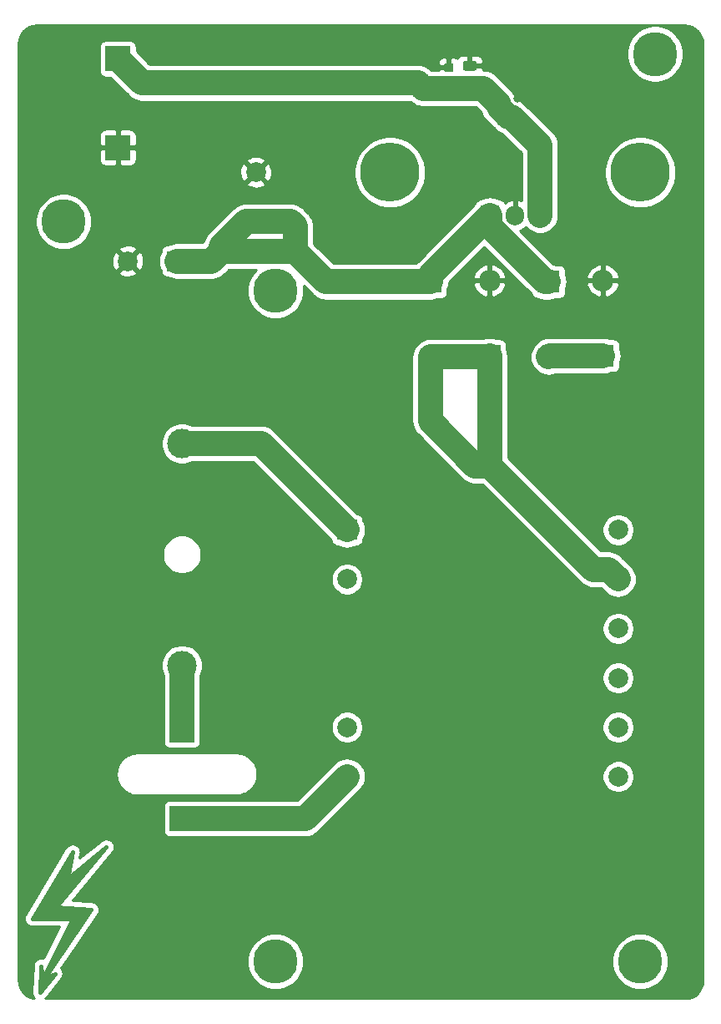
<source format=gtl>
G04 #@! TF.GenerationSoftware,KiCad,Pcbnew,(5.1.5)-3*
G04 #@! TF.CreationDate,2020-04-01T20:44:35+02:00*
G04 #@! TF.ProjectId,5vfrommains,35766672-6f6d-46d6-9169-6e732e6b6963,rev?*
G04 #@! TF.SameCoordinates,Original*
G04 #@! TF.FileFunction,Copper,L1,Top*
G04 #@! TF.FilePolarity,Positive*
%FSLAX46Y46*%
G04 Gerber Fmt 4.6, Leading zero omitted, Abs format (unit mm)*
G04 Created by KiCad (PCBNEW (5.1.5)-3) date 2020-04-01 20:44:35*
%MOMM*%
%LPD*%
G04 APERTURE LIST*
%ADD10C,0.381000*%
%ADD11C,6.000000*%
%ADD12C,4.500000*%
%ADD13C,2.000000*%
%ADD14R,2.000000X2.000000*%
%ADD15C,0.100000*%
%ADD16O,1.905000X2.000000*%
%ADD17R,1.905000X2.000000*%
%ADD18R,2.500880X2.500880*%
%ADD19C,3.000000*%
%ADD20O,2.200000X2.200000*%
%ADD21R,2.200000X2.200000*%
%ADD22C,0.800000*%
%ADD23C,2.500000*%
%ADD24C,0.254000*%
G04 APERTURE END LIST*
D10*
X179381000Y-131567000D02*
X179889000Y-128900000D01*
X183318000Y-128392000D02*
X179381000Y-131567000D01*
X178238000Y-134488000D02*
X183318000Y-128392000D01*
X181794000Y-134742000D02*
X178238000Y-134488000D01*
X177095000Y-141600000D02*
X181794000Y-134742000D01*
X178111000Y-141219000D02*
X177095000Y-141600000D01*
X176587000Y-143124000D02*
X178111000Y-141219000D01*
X176714000Y-140457000D02*
X176587000Y-143124000D01*
X176841000Y-141727000D02*
X176714000Y-140457000D01*
X179889000Y-135631000D02*
X176841000Y-141727000D01*
X175825000Y-135631000D02*
X179889000Y-135631000D01*
X179889000Y-128900000D02*
X175825000Y-135631000D01*
X181032000Y-135377000D02*
X179762000Y-137409000D01*
X180397000Y-135377000D02*
X181032000Y-135377000D01*
X177603000Y-140711000D02*
X180397000Y-135377000D01*
X180905000Y-135123000D02*
X177603000Y-140711000D01*
X177857000Y-135250000D02*
X180905000Y-135123000D01*
X177984000Y-134869000D02*
X177857000Y-135250000D01*
X181413000Y-134869000D02*
X177984000Y-134869000D01*
X181032000Y-135377000D02*
X181413000Y-134869000D01*
X177349000Y-135504000D02*
X181032000Y-135377000D01*
X180524000Y-130805000D02*
X177349000Y-135504000D01*
X177984000Y-133726000D02*
X180524000Y-130805000D01*
X181667000Y-130043000D02*
X177984000Y-133726000D01*
X176968000Y-135377000D02*
X181667000Y-130043000D01*
X179254000Y-131694000D02*
X176968000Y-135377000D01*
X176587000Y-135377000D02*
X179254000Y-131694000D01*
X179381000Y-130932000D02*
X176587000Y-135377000D01*
X176206000Y-135504000D02*
X179381000Y-130932000D01*
X179508000Y-130170000D02*
X176206000Y-135504000D01*
X177095000Y-141346000D02*
X177222000Y-141473000D01*
X177222000Y-141219000D02*
X177095000Y-141346000D01*
X177095000Y-141600000D02*
X177222000Y-141219000D01*
X176714000Y-142489000D02*
X177095000Y-141600000D01*
X177476000Y-141727000D02*
X176714000Y-142489000D01*
X182048000Y-129789000D02*
X179127000Y-132075000D01*
X179508000Y-129662000D02*
X179381000Y-130297000D01*
X177984000Y-134234000D02*
X178238000Y-134869000D01*
D11*
X212100000Y-60000000D03*
X237500000Y-60000000D03*
D12*
X179000000Y-65000000D03*
X239000000Y-48000000D03*
D13*
X235250000Y-96250000D03*
X235250000Y-101250000D03*
X235250000Y-106250000D03*
X235250000Y-111250000D03*
X235250000Y-116250000D03*
X235250000Y-121250000D03*
X207750000Y-121250000D03*
X207750000Y-116250000D03*
X207750000Y-101250000D03*
D14*
X207750000Y-96250000D03*
G04 #@! TA.AperFunction,SMDPad,CuDef*
D15*
G36*
X220680142Y-48726174D02*
G01*
X220703803Y-48729684D01*
X220727007Y-48735496D01*
X220749529Y-48743554D01*
X220771153Y-48753782D01*
X220791670Y-48766079D01*
X220810883Y-48780329D01*
X220828607Y-48796393D01*
X220844671Y-48814117D01*
X220858921Y-48833330D01*
X220871218Y-48853847D01*
X220881446Y-48875471D01*
X220889504Y-48897993D01*
X220895316Y-48921197D01*
X220898826Y-48944858D01*
X220900000Y-48968750D01*
X220900000Y-49456250D01*
X220898826Y-49480142D01*
X220895316Y-49503803D01*
X220889504Y-49527007D01*
X220881446Y-49549529D01*
X220871218Y-49571153D01*
X220858921Y-49591670D01*
X220844671Y-49610883D01*
X220828607Y-49628607D01*
X220810883Y-49644671D01*
X220791670Y-49658921D01*
X220771153Y-49671218D01*
X220749529Y-49681446D01*
X220727007Y-49689504D01*
X220703803Y-49695316D01*
X220680142Y-49698826D01*
X220656250Y-49700000D01*
X219743750Y-49700000D01*
X219719858Y-49698826D01*
X219696197Y-49695316D01*
X219672993Y-49689504D01*
X219650471Y-49681446D01*
X219628847Y-49671218D01*
X219608330Y-49658921D01*
X219589117Y-49644671D01*
X219571393Y-49628607D01*
X219555329Y-49610883D01*
X219541079Y-49591670D01*
X219528782Y-49571153D01*
X219518554Y-49549529D01*
X219510496Y-49527007D01*
X219504684Y-49503803D01*
X219501174Y-49480142D01*
X219500000Y-49456250D01*
X219500000Y-48968750D01*
X219501174Y-48944858D01*
X219504684Y-48921197D01*
X219510496Y-48897993D01*
X219518554Y-48875471D01*
X219528782Y-48853847D01*
X219541079Y-48833330D01*
X219555329Y-48814117D01*
X219571393Y-48796393D01*
X219589117Y-48780329D01*
X219608330Y-48766079D01*
X219628847Y-48753782D01*
X219650471Y-48743554D01*
X219672993Y-48735496D01*
X219696197Y-48729684D01*
X219719858Y-48726174D01*
X219743750Y-48725000D01*
X220656250Y-48725000D01*
X220680142Y-48726174D01*
G37*
G04 #@! TD.AperFunction*
G04 #@! TA.AperFunction,SMDPad,CuDef*
G36*
X220680142Y-50601174D02*
G01*
X220703803Y-50604684D01*
X220727007Y-50610496D01*
X220749529Y-50618554D01*
X220771153Y-50628782D01*
X220791670Y-50641079D01*
X220810883Y-50655329D01*
X220828607Y-50671393D01*
X220844671Y-50689117D01*
X220858921Y-50708330D01*
X220871218Y-50728847D01*
X220881446Y-50750471D01*
X220889504Y-50772993D01*
X220895316Y-50796197D01*
X220898826Y-50819858D01*
X220900000Y-50843750D01*
X220900000Y-51331250D01*
X220898826Y-51355142D01*
X220895316Y-51378803D01*
X220889504Y-51402007D01*
X220881446Y-51424529D01*
X220871218Y-51446153D01*
X220858921Y-51466670D01*
X220844671Y-51485883D01*
X220828607Y-51503607D01*
X220810883Y-51519671D01*
X220791670Y-51533921D01*
X220771153Y-51546218D01*
X220749529Y-51556446D01*
X220727007Y-51564504D01*
X220703803Y-51570316D01*
X220680142Y-51573826D01*
X220656250Y-51575000D01*
X219743750Y-51575000D01*
X219719858Y-51573826D01*
X219696197Y-51570316D01*
X219672993Y-51564504D01*
X219650471Y-51556446D01*
X219628847Y-51546218D01*
X219608330Y-51533921D01*
X219589117Y-51519671D01*
X219571393Y-51503607D01*
X219555329Y-51485883D01*
X219541079Y-51466670D01*
X219528782Y-51446153D01*
X219518554Y-51424529D01*
X219510496Y-51402007D01*
X219504684Y-51378803D01*
X219501174Y-51355142D01*
X219500000Y-51331250D01*
X219500000Y-50843750D01*
X219501174Y-50819858D01*
X219504684Y-50796197D01*
X219510496Y-50772993D01*
X219518554Y-50750471D01*
X219528782Y-50728847D01*
X219541079Y-50708330D01*
X219555329Y-50689117D01*
X219571393Y-50671393D01*
X219589117Y-50655329D01*
X219608330Y-50641079D01*
X219628847Y-50628782D01*
X219650471Y-50618554D01*
X219672993Y-50610496D01*
X219696197Y-50604684D01*
X219719858Y-50601174D01*
X219743750Y-50600000D01*
X220656250Y-50600000D01*
X220680142Y-50601174D01*
G37*
G04 #@! TD.AperFunction*
D16*
X227330000Y-64350000D03*
X224790000Y-64350000D03*
D17*
X222250000Y-64350000D03*
D18*
X184500000Y-57500000D03*
X184500000Y-48500000D03*
X191000000Y-125500000D03*
X191000000Y-116500000D03*
D12*
X200500000Y-72000000D03*
X237500000Y-140000000D03*
X200500000Y-140000000D03*
D19*
X191000000Y-110000000D03*
X191000000Y-87500000D03*
D20*
X228200000Y-78720000D03*
D21*
X228200000Y-71100000D03*
D20*
X216200000Y-78720000D03*
D21*
X216200000Y-71100000D03*
D20*
X233700000Y-70980000D03*
D21*
X233700000Y-78600000D03*
D20*
X222200000Y-70980000D03*
D21*
X222200000Y-78600000D03*
G04 #@! TA.AperFunction,SMDPad,CuDef*
D15*
G36*
X218357691Y-48946053D02*
G01*
X218378926Y-48949203D01*
X218399750Y-48954419D01*
X218419962Y-48961651D01*
X218439368Y-48970830D01*
X218457781Y-48981866D01*
X218475024Y-48994654D01*
X218490930Y-49009070D01*
X218505346Y-49024976D01*
X218518134Y-49042219D01*
X218529170Y-49060632D01*
X218538349Y-49080038D01*
X218545581Y-49100250D01*
X218550797Y-49121074D01*
X218553947Y-49142309D01*
X218555000Y-49163750D01*
X218555000Y-49601250D01*
X218553947Y-49622691D01*
X218550797Y-49643926D01*
X218545581Y-49664750D01*
X218538349Y-49684962D01*
X218529170Y-49704368D01*
X218518134Y-49722781D01*
X218505346Y-49740024D01*
X218490930Y-49755930D01*
X218475024Y-49770346D01*
X218457781Y-49783134D01*
X218439368Y-49794170D01*
X218419962Y-49803349D01*
X218399750Y-49810581D01*
X218378926Y-49815797D01*
X218357691Y-49818947D01*
X218336250Y-49820000D01*
X217823750Y-49820000D01*
X217802309Y-49818947D01*
X217781074Y-49815797D01*
X217760250Y-49810581D01*
X217740038Y-49803349D01*
X217720632Y-49794170D01*
X217702219Y-49783134D01*
X217684976Y-49770346D01*
X217669070Y-49755930D01*
X217654654Y-49740024D01*
X217641866Y-49722781D01*
X217630830Y-49704368D01*
X217621651Y-49684962D01*
X217614419Y-49664750D01*
X217609203Y-49643926D01*
X217606053Y-49622691D01*
X217605000Y-49601250D01*
X217605000Y-49163750D01*
X217606053Y-49142309D01*
X217609203Y-49121074D01*
X217614419Y-49100250D01*
X217621651Y-49080038D01*
X217630830Y-49060632D01*
X217641866Y-49042219D01*
X217654654Y-49024976D01*
X217669070Y-49009070D01*
X217684976Y-48994654D01*
X217702219Y-48981866D01*
X217720632Y-48970830D01*
X217740038Y-48961651D01*
X217760250Y-48954419D01*
X217781074Y-48949203D01*
X217802309Y-48946053D01*
X217823750Y-48945000D01*
X218336250Y-48945000D01*
X218357691Y-48946053D01*
G37*
G04 #@! TD.AperFunction*
G04 #@! TA.AperFunction,SMDPad,CuDef*
G36*
X218357691Y-50521053D02*
G01*
X218378926Y-50524203D01*
X218399750Y-50529419D01*
X218419962Y-50536651D01*
X218439368Y-50545830D01*
X218457781Y-50556866D01*
X218475024Y-50569654D01*
X218490930Y-50584070D01*
X218505346Y-50599976D01*
X218518134Y-50617219D01*
X218529170Y-50635632D01*
X218538349Y-50655038D01*
X218545581Y-50675250D01*
X218550797Y-50696074D01*
X218553947Y-50717309D01*
X218555000Y-50738750D01*
X218555000Y-51176250D01*
X218553947Y-51197691D01*
X218550797Y-51218926D01*
X218545581Y-51239750D01*
X218538349Y-51259962D01*
X218529170Y-51279368D01*
X218518134Y-51297781D01*
X218505346Y-51315024D01*
X218490930Y-51330930D01*
X218475024Y-51345346D01*
X218457781Y-51358134D01*
X218439368Y-51369170D01*
X218419962Y-51378349D01*
X218399750Y-51385581D01*
X218378926Y-51390797D01*
X218357691Y-51393947D01*
X218336250Y-51395000D01*
X217823750Y-51395000D01*
X217802309Y-51393947D01*
X217781074Y-51390797D01*
X217760250Y-51385581D01*
X217740038Y-51378349D01*
X217720632Y-51369170D01*
X217702219Y-51358134D01*
X217684976Y-51345346D01*
X217669070Y-51330930D01*
X217654654Y-51315024D01*
X217641866Y-51297781D01*
X217630830Y-51279368D01*
X217621651Y-51259962D01*
X217614419Y-51239750D01*
X217609203Y-51218926D01*
X217606053Y-51197691D01*
X217605000Y-51176250D01*
X217605000Y-50738750D01*
X217606053Y-50717309D01*
X217609203Y-50696074D01*
X217614419Y-50675250D01*
X217621651Y-50655038D01*
X217630830Y-50635632D01*
X217641866Y-50617219D01*
X217654654Y-50599976D01*
X217669070Y-50584070D01*
X217684976Y-50569654D01*
X217702219Y-50556866D01*
X217720632Y-50545830D01*
X217740038Y-50536651D01*
X217760250Y-50529419D01*
X217781074Y-50524203D01*
X217802309Y-50521053D01*
X217823750Y-50520000D01*
X218336250Y-50520000D01*
X218357691Y-50521053D01*
G37*
G04 #@! TD.AperFunction*
D13*
X185500000Y-69000000D03*
D14*
X190500000Y-69000000D03*
D13*
X198500000Y-60000000D03*
D14*
X198500000Y-65000000D03*
D22*
X242500000Y-47500000D03*
X235000000Y-47500000D03*
X227500000Y-47500000D03*
X220000000Y-47500000D03*
X212500000Y-47500000D03*
X205000000Y-47500000D03*
X195000000Y-47500000D03*
X195000000Y-55000000D03*
X205000000Y-67500000D03*
X195000000Y-75000000D03*
X195000000Y-82500000D03*
X195000000Y-90000000D03*
X195000000Y-97500000D03*
X195000000Y-105000000D03*
X195000000Y-112500000D03*
X195000000Y-140000000D03*
X205000000Y-142500000D03*
X212500000Y-142500000D03*
X220000000Y-142500000D03*
X227500000Y-142500000D03*
X235000000Y-142500000D03*
X242500000Y-142500000D03*
X242500000Y-135000000D03*
X242500000Y-127500000D03*
X242500000Y-120000000D03*
X242500000Y-112500000D03*
X242500000Y-105000000D03*
X242500000Y-97500000D03*
X242500000Y-90000000D03*
X242500000Y-82500000D03*
X242500000Y-75000000D03*
X240000000Y-67500000D03*
X232500000Y-67500000D03*
X205000000Y-77500000D03*
X205000000Y-80000000D03*
X202500000Y-85000000D03*
X225000000Y-52500000D03*
X232500000Y-52500000D03*
X240000000Y-52500000D03*
X175000000Y-85000000D03*
X175000000Y-75000000D03*
X175000000Y-65000000D03*
X175000000Y-57500000D03*
X175000000Y-50000000D03*
X175000000Y-92500000D03*
X175000000Y-100000000D03*
X175000000Y-110000000D03*
X175000000Y-117500000D03*
X175000000Y-127500000D03*
X175000000Y-137500000D03*
X180000000Y-142500000D03*
X187500000Y-142500000D03*
X185000000Y-135000000D03*
X182500000Y-125000000D03*
X182500000Y-115000000D03*
X182500000Y-105000000D03*
X182500000Y-95000000D03*
X182500000Y-87500000D03*
X218000000Y-48000000D03*
X182000000Y-69000000D03*
X184000000Y-73000000D03*
X183000000Y-65000000D03*
X194500000Y-58500000D03*
X198500000Y-56500000D03*
X202500000Y-58500000D03*
X181000000Y-80000000D03*
X189500000Y-79500000D03*
D23*
X224412501Y-54350001D02*
X227330000Y-57267500D01*
X223149999Y-53388001D02*
X224111999Y-54350001D01*
X223149999Y-53087499D02*
X223149999Y-53388001D01*
X186957500Y-50957500D02*
X214957500Y-50957500D01*
X221562500Y-51500000D02*
X223149999Y-53087499D01*
X224111999Y-54350001D02*
X224412501Y-54350001D01*
X184500000Y-48500000D02*
X186957500Y-50957500D01*
X227330000Y-57267500D02*
X227330000Y-64350000D01*
X214957500Y-50957500D02*
X215500000Y-51500000D01*
X215500000Y-51500000D02*
X221562500Y-51500000D01*
X222200000Y-89614213D02*
X222200000Y-82200000D01*
X222200000Y-82200000D02*
X222200000Y-78600000D01*
X232750001Y-100250001D02*
X222250000Y-89750000D01*
X234250001Y-100250001D02*
X232750001Y-100250001D01*
X235250000Y-101250000D02*
X234250001Y-100250001D01*
X222250000Y-89750000D02*
X222200000Y-89614213D01*
X216200000Y-78720000D02*
X216200000Y-85200000D01*
X220750000Y-89750000D02*
X222250000Y-89750000D01*
X216200000Y-85200000D02*
X220750000Y-89750000D01*
X222080000Y-78720000D02*
X222200000Y-78600000D01*
X216200000Y-78720000D02*
X222080000Y-78720000D01*
X228320000Y-78600000D02*
X228200000Y-78720000D01*
X233700000Y-78600000D02*
X228320000Y-78600000D01*
X203500000Y-125500000D02*
X207750000Y-121250000D01*
X191000000Y-125500000D02*
X203500000Y-125500000D01*
X191000000Y-110000000D02*
X191000000Y-116500000D01*
X199000000Y-87500000D02*
X191000000Y-87500000D01*
X207750000Y-96250000D02*
X199000000Y-87500000D01*
X216200000Y-70400000D02*
X222250000Y-64350000D01*
X216200000Y-71100000D02*
X216200000Y-70400000D01*
X222250000Y-65500000D02*
X222250000Y-64350000D01*
X228200000Y-71100000D02*
X227850000Y-71100000D01*
X227850000Y-71100000D02*
X222250000Y-65500000D01*
X212600000Y-71100000D02*
X216200000Y-71100000D01*
X205600000Y-71100000D02*
X212600000Y-71100000D01*
X195000000Y-68000000D02*
X202500000Y-68000000D01*
X190500000Y-69000000D02*
X194000000Y-69000000D01*
X194000000Y-69000000D02*
X195000000Y-68000000D01*
X202500000Y-68000000D02*
X205600000Y-71100000D01*
X202000000Y-65000000D02*
X198500000Y-65000000D01*
X202500000Y-65500000D02*
X202000000Y-65000000D01*
X202500000Y-68000000D02*
X202500000Y-65500000D01*
X198500000Y-65000000D02*
X197500000Y-65000000D01*
X195000000Y-67500000D02*
X195000000Y-68000000D01*
X197500000Y-65000000D02*
X195000000Y-67500000D01*
D24*
G36*
X242356775Y-45148147D02*
G01*
X242699967Y-45251763D01*
X243016489Y-45420062D01*
X243294299Y-45646637D01*
X243522806Y-45922856D01*
X243693310Y-46238197D01*
X243799319Y-46580656D01*
X243840000Y-46967712D01*
X243840001Y-141867711D01*
X243801853Y-142256776D01*
X243698238Y-142599964D01*
X243529939Y-142916489D01*
X243303365Y-143194296D01*
X243027146Y-143422805D01*
X242711803Y-143593310D01*
X242369344Y-143699319D01*
X241982288Y-143740000D01*
X177141989Y-143740000D01*
X177144978Y-143737776D01*
X177188950Y-143689113D01*
X177206273Y-143671352D01*
X177216110Y-143659056D01*
X177253998Y-143617126D01*
X177266802Y-143595691D01*
X178743654Y-141749628D01*
X178784668Y-141702973D01*
X178814688Y-141651121D01*
X178847372Y-141600860D01*
X178855361Y-141580871D01*
X178866143Y-141562248D01*
X178885473Y-141505526D01*
X178907720Y-141449863D01*
X178911656Y-141428699D01*
X178918597Y-141408331D01*
X178926492Y-141348917D01*
X178937449Y-141289995D01*
X178937180Y-141268478D01*
X178940016Y-141247139D01*
X178936168Y-141187324D01*
X178935420Y-141127398D01*
X178930958Y-141106342D01*
X178929576Y-141084864D01*
X178914134Y-141026957D01*
X178901708Y-140968322D01*
X178893223Y-140948538D01*
X178887678Y-140927746D01*
X178861244Y-140873980D01*
X178837611Y-140818879D01*
X178825426Y-140801127D01*
X178815934Y-140781820D01*
X178779515Y-140734240D01*
X178745589Y-140684812D01*
X178731905Y-140671466D01*
X179386677Y-139715852D01*
X197615000Y-139715852D01*
X197615000Y-140284148D01*
X197725869Y-140841523D01*
X197943346Y-141366560D01*
X198259074Y-141839080D01*
X198660920Y-142240926D01*
X199133440Y-142556654D01*
X199658477Y-142774131D01*
X200215852Y-142885000D01*
X200784148Y-142885000D01*
X201341523Y-142774131D01*
X201866560Y-142556654D01*
X202339080Y-142240926D01*
X202740926Y-141839080D01*
X203056654Y-141366560D01*
X203274131Y-140841523D01*
X203385000Y-140284148D01*
X203385000Y-139715852D01*
X234615000Y-139715852D01*
X234615000Y-140284148D01*
X234725869Y-140841523D01*
X234943346Y-141366560D01*
X235259074Y-141839080D01*
X235660920Y-142240926D01*
X236133440Y-142556654D01*
X236658477Y-142774131D01*
X237215852Y-142885000D01*
X237784148Y-142885000D01*
X238341523Y-142774131D01*
X238866560Y-142556654D01*
X239339080Y-142240926D01*
X239740926Y-141839080D01*
X240056654Y-141366560D01*
X240274131Y-140841523D01*
X240385000Y-140284148D01*
X240385000Y-139715852D01*
X240274131Y-139158477D01*
X240056654Y-138633440D01*
X239740926Y-138160920D01*
X239339080Y-137759074D01*
X238866560Y-137443346D01*
X238341523Y-137225869D01*
X237784148Y-137115000D01*
X237215852Y-137115000D01*
X236658477Y-137225869D01*
X236133440Y-137443346D01*
X235660920Y-137759074D01*
X235259074Y-138160920D01*
X234943346Y-138633440D01*
X234725869Y-139158477D01*
X234615000Y-139715852D01*
X203385000Y-139715852D01*
X203274131Y-139158477D01*
X203056654Y-138633440D01*
X202740926Y-138160920D01*
X202339080Y-137759074D01*
X201866560Y-137443346D01*
X201341523Y-137225869D01*
X200784148Y-137115000D01*
X200215852Y-137115000D01*
X199658477Y-137225869D01*
X199133440Y-137443346D01*
X198660920Y-137759074D01*
X198259074Y-138160920D01*
X197943346Y-138633440D01*
X197725869Y-139158477D01*
X197615000Y-139715852D01*
X179386677Y-139715852D01*
X182438089Y-135262441D01*
X182449112Y-135250809D01*
X182483965Y-135195486D01*
X182497903Y-135175145D01*
X182505577Y-135161183D01*
X182535789Y-135113227D01*
X182544658Y-135090075D01*
X182556597Y-135068352D01*
X182573684Y-135014303D01*
X182593958Y-134961378D01*
X182598138Y-134936950D01*
X182605613Y-134913306D01*
X182611827Y-134856961D01*
X182621386Y-134801099D01*
X182620720Y-134776314D01*
X182623437Y-134751676D01*
X182618541Y-134695217D01*
X182617018Y-134638548D01*
X182611530Y-134614371D01*
X182609388Y-134589675D01*
X182593568Y-134535247D01*
X182581021Y-134479974D01*
X182570922Y-134457334D01*
X182564003Y-134433528D01*
X182537869Y-134383231D01*
X182514780Y-134331469D01*
X182500459Y-134311235D01*
X182489028Y-134289235D01*
X182453580Y-134244999D01*
X182420839Y-134198739D01*
X182402848Y-134181690D01*
X182387343Y-134162341D01*
X182343940Y-134125866D01*
X182302809Y-134086888D01*
X182281838Y-134073676D01*
X182262856Y-134057724D01*
X182213179Y-134030421D01*
X182165227Y-134000211D01*
X182142080Y-133991344D01*
X182120352Y-133979402D01*
X182066295Y-133962313D01*
X182013378Y-133942042D01*
X181988950Y-133937862D01*
X181965305Y-133930387D01*
X181908952Y-133924173D01*
X181893264Y-133921488D01*
X181868694Y-133919733D01*
X181803676Y-133912563D01*
X181787705Y-133913948D01*
X179903114Y-133779334D01*
X183925926Y-128951961D01*
X183954679Y-128923697D01*
X183977853Y-128889648D01*
X183978128Y-128889319D01*
X184000502Y-128856373D01*
X184046174Y-128789270D01*
X184046345Y-128788868D01*
X184046589Y-128788508D01*
X184078263Y-128713637D01*
X184109685Y-128639577D01*
X184109773Y-128639156D01*
X184109945Y-128638748D01*
X184126438Y-128558966D01*
X184142773Y-128480369D01*
X184142777Y-128479933D01*
X184142865Y-128479506D01*
X184143473Y-128398583D01*
X184144165Y-128317766D01*
X184144084Y-128317338D01*
X184144087Y-128316901D01*
X184128959Y-128237745D01*
X184113809Y-128158015D01*
X184113644Y-128157607D01*
X184113563Y-128157183D01*
X184083390Y-128082761D01*
X184052869Y-128007256D01*
X184052629Y-128006890D01*
X184052466Y-128006488D01*
X184007786Y-127938519D01*
X183963688Y-127871284D01*
X183963387Y-127870978D01*
X183963144Y-127870608D01*
X183905832Y-127812428D01*
X183849695Y-127755321D01*
X183849336Y-127755077D01*
X183849029Y-127754765D01*
X183782076Y-127709297D01*
X183715269Y-127663826D01*
X183714867Y-127663655D01*
X183714507Y-127663411D01*
X183639460Y-127631663D01*
X183565575Y-127600315D01*
X183565155Y-127600228D01*
X183564747Y-127600055D01*
X183484778Y-127583523D01*
X183406368Y-127567227D01*
X183405933Y-127567223D01*
X183405506Y-127567135D01*
X183324574Y-127566527D01*
X183243765Y-127565835D01*
X183243337Y-127565916D01*
X183242901Y-127565913D01*
X183163833Y-127581024D01*
X183084014Y-127596191D01*
X183083606Y-127596356D01*
X183083182Y-127596437D01*
X183008351Y-127626776D01*
X182933255Y-127657131D01*
X182932893Y-127657368D01*
X182932487Y-127657533D01*
X182864465Y-127702249D01*
X182831357Y-127723963D01*
X182831025Y-127724231D01*
X182796607Y-127746856D01*
X182767882Y-127775153D01*
X180612512Y-129513355D01*
X180695249Y-129078983D01*
X180709119Y-129024361D01*
X180712555Y-128958729D01*
X180718467Y-128893259D01*
X180716801Y-128877643D01*
X180717621Y-128861974D01*
X180708189Y-128796944D01*
X180701213Y-128731567D01*
X180696534Y-128716582D01*
X180694281Y-128701048D01*
X180672340Y-128639097D01*
X180652747Y-128576349D01*
X180645234Y-128562563D01*
X180639994Y-128547769D01*
X180606386Y-128491284D01*
X180574930Y-128433567D01*
X180564875Y-128421517D01*
X180556848Y-128408025D01*
X180512849Y-128359164D01*
X180470753Y-128308712D01*
X180458543Y-128298857D01*
X180448035Y-128287187D01*
X180395364Y-128247860D01*
X180344221Y-128206578D01*
X180330314Y-128199289D01*
X180317739Y-128189900D01*
X180258415Y-128161607D01*
X180200194Y-128131093D01*
X180185138Y-128126659D01*
X180170968Y-128119901D01*
X180107253Y-128103723D01*
X180044208Y-128085156D01*
X180028575Y-128083744D01*
X180013360Y-128079881D01*
X179947734Y-128076445D01*
X179882258Y-128070533D01*
X179866642Y-128072199D01*
X179850973Y-128071379D01*
X179785944Y-128080811D01*
X179720566Y-128087787D01*
X179705580Y-128092466D01*
X179690048Y-128094719D01*
X179628101Y-128116659D01*
X179565348Y-128136253D01*
X179551562Y-128143766D01*
X179536768Y-128149006D01*
X179480276Y-128182618D01*
X179422567Y-128214070D01*
X179410519Y-128224123D01*
X179397024Y-128232152D01*
X179348151Y-128276162D01*
X179297712Y-128318247D01*
X179287859Y-128330453D01*
X179276186Y-128340965D01*
X179236847Y-128393652D01*
X179195578Y-128444779D01*
X179169424Y-128494681D01*
X175149103Y-135153341D01*
X175135301Y-135170158D01*
X175107148Y-135222828D01*
X175097359Y-135239041D01*
X175088059Y-135258540D01*
X175058647Y-135313566D01*
X175053109Y-135331821D01*
X175044901Y-135349032D01*
X175029552Y-135409479D01*
X175011444Y-135469174D01*
X175009574Y-135488156D01*
X175004881Y-135506640D01*
X175001620Y-135568919D01*
X174995506Y-135631000D01*
X174997376Y-135649986D01*
X174996379Y-135669026D01*
X175005328Y-135730728D01*
X175011444Y-135792826D01*
X175016983Y-135811085D01*
X175019719Y-135829951D01*
X175040532Y-135888718D01*
X175058647Y-135948434D01*
X175067642Y-135965262D01*
X175074006Y-135983231D01*
X175105891Y-136036820D01*
X175135301Y-136091842D01*
X175147400Y-136106585D01*
X175157152Y-136122975D01*
X175198887Y-136169322D01*
X175238459Y-136217541D01*
X175253204Y-136229642D01*
X175265965Y-136243813D01*
X175315936Y-136281124D01*
X175364158Y-136320699D01*
X175380982Y-136329692D01*
X175396261Y-136341100D01*
X175452545Y-136367943D01*
X175507566Y-136397353D01*
X175525821Y-136402891D01*
X175543032Y-136411099D01*
X175603479Y-136426448D01*
X175663174Y-136444556D01*
X175682156Y-136446426D01*
X175700640Y-136451119D01*
X175762919Y-136454380D01*
X175784447Y-136456500D01*
X175803416Y-136456500D01*
X175863026Y-136459621D01*
X175884545Y-136456500D01*
X178553313Y-136456500D01*
X176950443Y-139662241D01*
X176933570Y-139658911D01*
X176914339Y-139652063D01*
X176853954Y-139643198D01*
X176794071Y-139631380D01*
X176773656Y-139631411D01*
X176753455Y-139628445D01*
X176692492Y-139631532D01*
X176631463Y-139631623D01*
X176611447Y-139635635D01*
X176591054Y-139636668D01*
X176531867Y-139651588D01*
X176472026Y-139663584D01*
X176453176Y-139671425D01*
X176433377Y-139676416D01*
X176378238Y-139702597D01*
X176321887Y-139726037D01*
X176304928Y-139737406D01*
X176286486Y-139746162D01*
X176237517Y-139782594D01*
X176186818Y-139816580D01*
X176172403Y-139831037D01*
X176156022Y-139843225D01*
X176115108Y-139888504D01*
X176072007Y-139931733D01*
X176060686Y-139948731D01*
X176047002Y-139963875D01*
X176015705Y-140016270D01*
X175981869Y-140067073D01*
X175974085Y-140085944D01*
X175963614Y-140103474D01*
X175943138Y-140160972D01*
X175919865Y-140217397D01*
X175915911Y-140237430D01*
X175909063Y-140256661D01*
X175900199Y-140317042D01*
X175888380Y-140376929D01*
X175888471Y-140437977D01*
X175765115Y-143028460D01*
X175760550Y-143053006D01*
X175761255Y-143109505D01*
X175760506Y-143125242D01*
X175761761Y-143150037D01*
X175762580Y-143215602D01*
X175765866Y-143231108D01*
X175766668Y-143246945D01*
X175782702Y-143310550D01*
X175796292Y-143374678D01*
X175802539Y-143389243D01*
X175806416Y-143404623D01*
X175834544Y-143463862D01*
X175860389Y-143524121D01*
X175869364Y-143537196D01*
X175876162Y-143551514D01*
X175915297Y-143604116D01*
X175952411Y-143658188D01*
X175963760Y-143669257D01*
X175973224Y-143681978D01*
X176007634Y-143713071D01*
X175893224Y-143701853D01*
X175550036Y-143598238D01*
X175233511Y-143429939D01*
X174955704Y-143203365D01*
X174727195Y-142927146D01*
X174556690Y-142611803D01*
X174450681Y-142269344D01*
X174410000Y-141882288D01*
X174410000Y-125500000D01*
X189105880Y-125500000D01*
X189111488Y-125556939D01*
X189111488Y-126750440D01*
X189123748Y-126874922D01*
X189160058Y-126994620D01*
X189219023Y-127104934D01*
X189298375Y-127201625D01*
X189395066Y-127280977D01*
X189505380Y-127339942D01*
X189625078Y-127376252D01*
X189749560Y-127388512D01*
X192250440Y-127388512D01*
X192286099Y-127385000D01*
X203407411Y-127385000D01*
X203500000Y-127394119D01*
X203592589Y-127385000D01*
X203592597Y-127385000D01*
X203869524Y-127357725D01*
X204224848Y-127249939D01*
X204552317Y-127074903D01*
X204839345Y-126839345D01*
X204898374Y-126767418D01*
X209148372Y-122517421D01*
X209324903Y-122302317D01*
X209499938Y-121974849D01*
X209607725Y-121619524D01*
X209644120Y-121250000D01*
X209628260Y-121088967D01*
X233615000Y-121088967D01*
X233615000Y-121411033D01*
X233677832Y-121726912D01*
X233801082Y-122024463D01*
X233980013Y-122292252D01*
X234207748Y-122519987D01*
X234475537Y-122698918D01*
X234773088Y-122822168D01*
X235088967Y-122885000D01*
X235411033Y-122885000D01*
X235726912Y-122822168D01*
X236024463Y-122698918D01*
X236292252Y-122519987D01*
X236519987Y-122292252D01*
X236698918Y-122024463D01*
X236822168Y-121726912D01*
X236885000Y-121411033D01*
X236885000Y-121088967D01*
X236822168Y-120773088D01*
X236698918Y-120475537D01*
X236519987Y-120207748D01*
X236292252Y-119980013D01*
X236024463Y-119801082D01*
X235726912Y-119677832D01*
X235411033Y-119615000D01*
X235088967Y-119615000D01*
X234773088Y-119677832D01*
X234475537Y-119801082D01*
X234207748Y-119980013D01*
X233980013Y-120207748D01*
X233801082Y-120475537D01*
X233677832Y-120773088D01*
X233615000Y-121088967D01*
X209628260Y-121088967D01*
X209607725Y-120880476D01*
X209499938Y-120525151D01*
X209324903Y-120197683D01*
X209089345Y-119910655D01*
X208802317Y-119675097D01*
X208474849Y-119500062D01*
X208119524Y-119392275D01*
X207750000Y-119355880D01*
X207380476Y-119392275D01*
X207025151Y-119500062D01*
X206697683Y-119675097D01*
X206482579Y-119851628D01*
X202719208Y-123615000D01*
X192286099Y-123615000D01*
X192250440Y-123611488D01*
X189749560Y-123611488D01*
X189625078Y-123623748D01*
X189505380Y-123660058D01*
X189395066Y-123719023D01*
X189298375Y-123798375D01*
X189219023Y-123895066D01*
X189160058Y-124005380D01*
X189123748Y-124125078D01*
X189111488Y-124249560D01*
X189111488Y-125443061D01*
X189105880Y-125500000D01*
X174410000Y-125500000D01*
X174410000Y-120950656D01*
X184342753Y-120950656D01*
X184343171Y-121010472D01*
X184342753Y-121070288D01*
X184343652Y-121079460D01*
X184374252Y-121370605D01*
X184386283Y-121429217D01*
X184397489Y-121487963D01*
X184400153Y-121496784D01*
X184486721Y-121776440D01*
X184509899Y-121831578D01*
X184532311Y-121887050D01*
X184536638Y-121895186D01*
X184675877Y-122152702D01*
X184709304Y-122202259D01*
X184742080Y-122252347D01*
X184747905Y-122259488D01*
X184934510Y-122485056D01*
X184976965Y-122527215D01*
X185018809Y-122569945D01*
X185025909Y-122575819D01*
X185252773Y-122760845D01*
X185302566Y-122793927D01*
X185351955Y-122827745D01*
X185360061Y-122832127D01*
X185618542Y-122969564D01*
X185673836Y-122992355D01*
X185728829Y-123015925D01*
X185737632Y-123018650D01*
X186017887Y-123103264D01*
X186076564Y-123114882D01*
X186135079Y-123127320D01*
X186144242Y-123128283D01*
X186144244Y-123128283D01*
X186435596Y-123156850D01*
X186435598Y-123156850D01*
X186467581Y-123160000D01*
X196532419Y-123160000D01*
X196565884Y-123156704D01*
X196585349Y-123156704D01*
X196594514Y-123155741D01*
X196885438Y-123123108D01*
X196943941Y-123110672D01*
X197002629Y-123099052D01*
X197011432Y-123096327D01*
X197290476Y-123007809D01*
X197345412Y-122984263D01*
X197400764Y-122961449D01*
X197408870Y-122957065D01*
X197665408Y-122816032D01*
X197714753Y-122782245D01*
X197764591Y-122749133D01*
X197771691Y-122743259D01*
X197995949Y-122555084D01*
X198037793Y-122512354D01*
X198080248Y-122470195D01*
X198086072Y-122463053D01*
X198269509Y-122234903D01*
X198302251Y-122184869D01*
X198335714Y-122135258D01*
X198340040Y-122127122D01*
X198475670Y-121867687D01*
X198498082Y-121812215D01*
X198521260Y-121757077D01*
X198523923Y-121748255D01*
X198606578Y-121467417D01*
X198617785Y-121408669D01*
X198629816Y-121350059D01*
X198630715Y-121340888D01*
X198657247Y-121049344D01*
X198656829Y-120989528D01*
X198657247Y-120929712D01*
X198656348Y-120920541D01*
X198625748Y-120629395D01*
X198613710Y-120570753D01*
X198602510Y-120512037D01*
X198599847Y-120503216D01*
X198513279Y-120223560D01*
X198490101Y-120168422D01*
X198467689Y-120112950D01*
X198463362Y-120104814D01*
X198324123Y-119847298D01*
X198290701Y-119797749D01*
X198257920Y-119747653D01*
X198252095Y-119740512D01*
X198065490Y-119514945D01*
X198023054Y-119472804D01*
X197981191Y-119430055D01*
X197974091Y-119424181D01*
X197747227Y-119239155D01*
X197697408Y-119206055D01*
X197648045Y-119172256D01*
X197639939Y-119167873D01*
X197381458Y-119030436D01*
X197326164Y-119007645D01*
X197271171Y-118984075D01*
X197262368Y-118981350D01*
X196982114Y-118896736D01*
X196923429Y-118885116D01*
X196864921Y-118872680D01*
X196855758Y-118871717D01*
X196855756Y-118871717D01*
X196564404Y-118843150D01*
X196564402Y-118843150D01*
X196532419Y-118840000D01*
X186467581Y-118840000D01*
X186434116Y-118843296D01*
X186414651Y-118843296D01*
X186405486Y-118844259D01*
X186114561Y-118876892D01*
X186056044Y-118889331D01*
X185997371Y-118900948D01*
X185988568Y-118903673D01*
X185709523Y-118992191D01*
X185654588Y-119015737D01*
X185599235Y-119038551D01*
X185591129Y-119042935D01*
X185334592Y-119183968D01*
X185285247Y-119217755D01*
X185235409Y-119250867D01*
X185228309Y-119256741D01*
X185004051Y-119444916D01*
X184962207Y-119487646D01*
X184919751Y-119529806D01*
X184913927Y-119536947D01*
X184730491Y-119765097D01*
X184697744Y-119815139D01*
X184664286Y-119864742D01*
X184659960Y-119872879D01*
X184524330Y-120132313D01*
X184501918Y-120187785D01*
X184478740Y-120242923D01*
X184476077Y-120251745D01*
X184393422Y-120532583D01*
X184382224Y-120591284D01*
X184370184Y-120649940D01*
X184369285Y-120659112D01*
X184342753Y-120950656D01*
X174410000Y-120950656D01*
X174410000Y-109789721D01*
X188865000Y-109789721D01*
X188865000Y-110210279D01*
X188947047Y-110622756D01*
X189107988Y-111011302D01*
X189115000Y-111021796D01*
X189115001Y-115213893D01*
X189111488Y-115249560D01*
X189111488Y-117750440D01*
X189123748Y-117874922D01*
X189160058Y-117994620D01*
X189219023Y-118104934D01*
X189298375Y-118201625D01*
X189395066Y-118280977D01*
X189505380Y-118339942D01*
X189625078Y-118376252D01*
X189749560Y-118388512D01*
X190943061Y-118388512D01*
X191000000Y-118394120D01*
X191056939Y-118388512D01*
X192250440Y-118388512D01*
X192374922Y-118376252D01*
X192494620Y-118339942D01*
X192604934Y-118280977D01*
X192701625Y-118201625D01*
X192780977Y-118104934D01*
X192839942Y-117994620D01*
X192876252Y-117874922D01*
X192888512Y-117750440D01*
X192888512Y-116088967D01*
X206115000Y-116088967D01*
X206115000Y-116411033D01*
X206177832Y-116726912D01*
X206301082Y-117024463D01*
X206480013Y-117292252D01*
X206707748Y-117519987D01*
X206975537Y-117698918D01*
X207273088Y-117822168D01*
X207588967Y-117885000D01*
X207911033Y-117885000D01*
X208226912Y-117822168D01*
X208524463Y-117698918D01*
X208792252Y-117519987D01*
X209019987Y-117292252D01*
X209198918Y-117024463D01*
X209322168Y-116726912D01*
X209385000Y-116411033D01*
X209385000Y-116088967D01*
X233615000Y-116088967D01*
X233615000Y-116411033D01*
X233677832Y-116726912D01*
X233801082Y-117024463D01*
X233980013Y-117292252D01*
X234207748Y-117519987D01*
X234475537Y-117698918D01*
X234773088Y-117822168D01*
X235088967Y-117885000D01*
X235411033Y-117885000D01*
X235726912Y-117822168D01*
X236024463Y-117698918D01*
X236292252Y-117519987D01*
X236519987Y-117292252D01*
X236698918Y-117024463D01*
X236822168Y-116726912D01*
X236885000Y-116411033D01*
X236885000Y-116088967D01*
X236822168Y-115773088D01*
X236698918Y-115475537D01*
X236519987Y-115207748D01*
X236292252Y-114980013D01*
X236024463Y-114801082D01*
X235726912Y-114677832D01*
X235411033Y-114615000D01*
X235088967Y-114615000D01*
X234773088Y-114677832D01*
X234475537Y-114801082D01*
X234207748Y-114980013D01*
X233980013Y-115207748D01*
X233801082Y-115475537D01*
X233677832Y-115773088D01*
X233615000Y-116088967D01*
X209385000Y-116088967D01*
X209322168Y-115773088D01*
X209198918Y-115475537D01*
X209019987Y-115207748D01*
X208792252Y-114980013D01*
X208524463Y-114801082D01*
X208226912Y-114677832D01*
X207911033Y-114615000D01*
X207588967Y-114615000D01*
X207273088Y-114677832D01*
X206975537Y-114801082D01*
X206707748Y-114980013D01*
X206480013Y-115207748D01*
X206301082Y-115475537D01*
X206177832Y-115773088D01*
X206115000Y-116088967D01*
X192888512Y-116088967D01*
X192888512Y-115249560D01*
X192885000Y-115213901D01*
X192885000Y-111088967D01*
X233615000Y-111088967D01*
X233615000Y-111411033D01*
X233677832Y-111726912D01*
X233801082Y-112024463D01*
X233980013Y-112292252D01*
X234207748Y-112519987D01*
X234475537Y-112698918D01*
X234773088Y-112822168D01*
X235088967Y-112885000D01*
X235411033Y-112885000D01*
X235726912Y-112822168D01*
X236024463Y-112698918D01*
X236292252Y-112519987D01*
X236519987Y-112292252D01*
X236698918Y-112024463D01*
X236822168Y-111726912D01*
X236885000Y-111411033D01*
X236885000Y-111088967D01*
X236822168Y-110773088D01*
X236698918Y-110475537D01*
X236519987Y-110207748D01*
X236292252Y-109980013D01*
X236024463Y-109801082D01*
X235726912Y-109677832D01*
X235411033Y-109615000D01*
X235088967Y-109615000D01*
X234773088Y-109677832D01*
X234475537Y-109801082D01*
X234207748Y-109980013D01*
X233980013Y-110207748D01*
X233801082Y-110475537D01*
X233677832Y-110773088D01*
X233615000Y-111088967D01*
X192885000Y-111088967D01*
X192885000Y-111021796D01*
X192892012Y-111011302D01*
X193052953Y-110622756D01*
X193135000Y-110210279D01*
X193135000Y-109789721D01*
X193052953Y-109377244D01*
X192892012Y-108988698D01*
X192658363Y-108639017D01*
X192360983Y-108341637D01*
X192011302Y-108107988D01*
X191622756Y-107947047D01*
X191210279Y-107865000D01*
X190789721Y-107865000D01*
X190377244Y-107947047D01*
X189988698Y-108107988D01*
X189639017Y-108341637D01*
X189341637Y-108639017D01*
X189107988Y-108988698D01*
X188947047Y-109377244D01*
X188865000Y-109789721D01*
X174410000Y-109789721D01*
X174410000Y-106088967D01*
X233615000Y-106088967D01*
X233615000Y-106411033D01*
X233677832Y-106726912D01*
X233801082Y-107024463D01*
X233980013Y-107292252D01*
X234207748Y-107519987D01*
X234475537Y-107698918D01*
X234773088Y-107822168D01*
X235088967Y-107885000D01*
X235411033Y-107885000D01*
X235726912Y-107822168D01*
X236024463Y-107698918D01*
X236292252Y-107519987D01*
X236519987Y-107292252D01*
X236698918Y-107024463D01*
X236822168Y-106726912D01*
X236885000Y-106411033D01*
X236885000Y-106088967D01*
X236822168Y-105773088D01*
X236698918Y-105475537D01*
X236519987Y-105207748D01*
X236292252Y-104980013D01*
X236024463Y-104801082D01*
X235726912Y-104677832D01*
X235411033Y-104615000D01*
X235088967Y-104615000D01*
X234773088Y-104677832D01*
X234475537Y-104801082D01*
X234207748Y-104980013D01*
X233980013Y-105207748D01*
X233801082Y-105475537D01*
X233677832Y-105773088D01*
X233615000Y-106088967D01*
X174410000Y-106088967D01*
X174410000Y-101088967D01*
X206115000Y-101088967D01*
X206115000Y-101411033D01*
X206177832Y-101726912D01*
X206301082Y-102024463D01*
X206480013Y-102292252D01*
X206707748Y-102519987D01*
X206975537Y-102698918D01*
X207273088Y-102822168D01*
X207588967Y-102885000D01*
X207911033Y-102885000D01*
X208226912Y-102822168D01*
X208524463Y-102698918D01*
X208792252Y-102519987D01*
X209019987Y-102292252D01*
X209198918Y-102024463D01*
X209322168Y-101726912D01*
X209385000Y-101411033D01*
X209385000Y-101088967D01*
X209322168Y-100773088D01*
X209198918Y-100475537D01*
X209019987Y-100207748D01*
X208792252Y-99980013D01*
X208524463Y-99801082D01*
X208226912Y-99677832D01*
X207911033Y-99615000D01*
X207588967Y-99615000D01*
X207273088Y-99677832D01*
X206975537Y-99801082D01*
X206707748Y-99980013D01*
X206480013Y-100207748D01*
X206301082Y-100475537D01*
X206177832Y-100773088D01*
X206115000Y-101088967D01*
X174410000Y-101088967D01*
X174410000Y-98554495D01*
X189015000Y-98554495D01*
X189015000Y-98945505D01*
X189091282Y-99329003D01*
X189240915Y-99690250D01*
X189458149Y-100015364D01*
X189734636Y-100291851D01*
X190059750Y-100509085D01*
X190420997Y-100658718D01*
X190804495Y-100735000D01*
X191195505Y-100735000D01*
X191579003Y-100658718D01*
X191940250Y-100509085D01*
X192265364Y-100291851D01*
X192541851Y-100015364D01*
X192759085Y-99690250D01*
X192908718Y-99329003D01*
X192985000Y-98945505D01*
X192985000Y-98554495D01*
X192908718Y-98170997D01*
X192759085Y-97809750D01*
X192541851Y-97484636D01*
X192265364Y-97208149D01*
X191940250Y-96990915D01*
X191579003Y-96841282D01*
X191195505Y-96765000D01*
X190804495Y-96765000D01*
X190420997Y-96841282D01*
X190059750Y-96990915D01*
X189734636Y-97208149D01*
X189458149Y-97484636D01*
X189240915Y-97809750D01*
X189091282Y-98170997D01*
X189015000Y-98554495D01*
X174410000Y-98554495D01*
X174410000Y-87289721D01*
X188865000Y-87289721D01*
X188865000Y-87710279D01*
X188947047Y-88122756D01*
X189107988Y-88511302D01*
X189341637Y-88860983D01*
X189639017Y-89158363D01*
X189988698Y-89392012D01*
X190377244Y-89552953D01*
X190789721Y-89635000D01*
X191210279Y-89635000D01*
X191622756Y-89552953D01*
X192011302Y-89392012D01*
X192021796Y-89385000D01*
X198219208Y-89385000D01*
X206114956Y-97280749D01*
X206124188Y-97374482D01*
X206160498Y-97494180D01*
X206219463Y-97604494D01*
X206298815Y-97701185D01*
X206395506Y-97780537D01*
X206505820Y-97839502D01*
X206625518Y-97875812D01*
X206750000Y-97888072D01*
X206815864Y-97888072D01*
X207025151Y-97999938D01*
X207380476Y-98107725D01*
X207750000Y-98144120D01*
X208119524Y-98107725D01*
X208474849Y-97999938D01*
X208684136Y-97888072D01*
X208750000Y-97888072D01*
X208874482Y-97875812D01*
X208994180Y-97839502D01*
X209104494Y-97780537D01*
X209201185Y-97701185D01*
X209280537Y-97604494D01*
X209339502Y-97494180D01*
X209375812Y-97374482D01*
X209388072Y-97250000D01*
X209388072Y-97184136D01*
X209499938Y-96974849D01*
X209607725Y-96619524D01*
X209644120Y-96250000D01*
X209607725Y-95880476D01*
X209499938Y-95525151D01*
X209388072Y-95315864D01*
X209388072Y-95250000D01*
X209375812Y-95125518D01*
X209339502Y-95005820D01*
X209280537Y-94895506D01*
X209201185Y-94798815D01*
X209104494Y-94719463D01*
X208994180Y-94660498D01*
X208874482Y-94624188D01*
X208780749Y-94614956D01*
X200398374Y-86232582D01*
X200339345Y-86160655D01*
X200052317Y-85925097D01*
X199724848Y-85750061D01*
X199369524Y-85642275D01*
X199092597Y-85615000D01*
X199092589Y-85615000D01*
X199000000Y-85605881D01*
X198907411Y-85615000D01*
X192021796Y-85615000D01*
X192011302Y-85607988D01*
X191622756Y-85447047D01*
X191210279Y-85365000D01*
X190789721Y-85365000D01*
X190377244Y-85447047D01*
X189988698Y-85607988D01*
X189639017Y-85841637D01*
X189341637Y-86139017D01*
X189107988Y-86488698D01*
X188947047Y-86877244D01*
X188865000Y-87289721D01*
X174410000Y-87289721D01*
X174410000Y-78720000D01*
X214305880Y-78720000D01*
X214315000Y-78812597D01*
X214315001Y-85107401D01*
X214305881Y-85200000D01*
X214342275Y-85569524D01*
X214450062Y-85924848D01*
X214625098Y-86252317D01*
X214801628Y-86467420D01*
X214801631Y-86467423D01*
X214860656Y-86539345D01*
X214932577Y-86598369D01*
X219351630Y-91017423D01*
X219410655Y-91089345D01*
X219482577Y-91148370D01*
X219482579Y-91148372D01*
X219697683Y-91324903D01*
X220025152Y-91499939D01*
X220327032Y-91591513D01*
X220380476Y-91607725D01*
X220750000Y-91644120D01*
X220842597Y-91635000D01*
X221469208Y-91635000D01*
X231351631Y-101517424D01*
X231410656Y-101589346D01*
X231482578Y-101648371D01*
X231482580Y-101648373D01*
X231548980Y-101702865D01*
X231697684Y-101824904D01*
X232025153Y-101999940D01*
X232380477Y-102107726D01*
X232657404Y-102135001D01*
X232657412Y-102135001D01*
X232750001Y-102144120D01*
X232842590Y-102135001D01*
X233469209Y-102135001D01*
X233982580Y-102648372D01*
X234197683Y-102824902D01*
X234525151Y-102999938D01*
X234880475Y-103107724D01*
X235249999Y-103144119D01*
X235619523Y-103107724D01*
X235974848Y-102999938D01*
X236302316Y-102824902D01*
X236589344Y-102589344D01*
X236824902Y-102302316D01*
X236999938Y-101974848D01*
X237107724Y-101619523D01*
X237144119Y-101249999D01*
X237107724Y-100880475D01*
X236999938Y-100525151D01*
X236824902Y-100197683D01*
X236648372Y-99982580D01*
X235648375Y-98982583D01*
X235589346Y-98910656D01*
X235302318Y-98675098D01*
X234974849Y-98500062D01*
X234619525Y-98392276D01*
X234342598Y-98365001D01*
X234342590Y-98365001D01*
X234250001Y-98355882D01*
X234157412Y-98365001D01*
X233530794Y-98365001D01*
X231254760Y-96088967D01*
X233615000Y-96088967D01*
X233615000Y-96411033D01*
X233677832Y-96726912D01*
X233801082Y-97024463D01*
X233980013Y-97292252D01*
X234207748Y-97519987D01*
X234475537Y-97698918D01*
X234773088Y-97822168D01*
X235088967Y-97885000D01*
X235411033Y-97885000D01*
X235726912Y-97822168D01*
X236024463Y-97698918D01*
X236292252Y-97519987D01*
X236519987Y-97292252D01*
X236698918Y-97024463D01*
X236822168Y-96726912D01*
X236885000Y-96411033D01*
X236885000Y-96088967D01*
X236822168Y-95773088D01*
X236698918Y-95475537D01*
X236519987Y-95207748D01*
X236292252Y-94980013D01*
X236024463Y-94801082D01*
X235726912Y-94677832D01*
X235411033Y-94615000D01*
X235088967Y-94615000D01*
X234773088Y-94677832D01*
X234475537Y-94801082D01*
X234207748Y-94980013D01*
X233980013Y-95207748D01*
X233801082Y-95475537D01*
X233677832Y-95773088D01*
X233615000Y-96088967D01*
X231254760Y-96088967D01*
X224085000Y-88919208D01*
X224085000Y-78720000D01*
X226305881Y-78720000D01*
X226342275Y-79089524D01*
X226450062Y-79444848D01*
X226625098Y-79772317D01*
X226860655Y-80059345D01*
X227147683Y-80294902D01*
X227475152Y-80469938D01*
X227830476Y-80577725D01*
X228200000Y-80614119D01*
X228569524Y-80577725D01*
X228875196Y-80485000D01*
X233792597Y-80485000D01*
X234069524Y-80457725D01*
X234424848Y-80349939D01*
X234447050Y-80338072D01*
X234800000Y-80338072D01*
X234924482Y-80325812D01*
X235044180Y-80289502D01*
X235154494Y-80230537D01*
X235251185Y-80151185D01*
X235330537Y-80054494D01*
X235389502Y-79944180D01*
X235425812Y-79824482D01*
X235438072Y-79700000D01*
X235438072Y-79347050D01*
X235449939Y-79324848D01*
X235557725Y-78969524D01*
X235594120Y-78600000D01*
X235557725Y-78230476D01*
X235449939Y-77875152D01*
X235438072Y-77852950D01*
X235438072Y-77500000D01*
X235425812Y-77375518D01*
X235389502Y-77255820D01*
X235330537Y-77145506D01*
X235251185Y-77048815D01*
X235154494Y-76969463D01*
X235044180Y-76910498D01*
X234924482Y-76874188D01*
X234800000Y-76861928D01*
X234447050Y-76861928D01*
X234424848Y-76850061D01*
X234069524Y-76742275D01*
X233792597Y-76715000D01*
X228412597Y-76715000D01*
X228320000Y-76705880D01*
X228227403Y-76715000D01*
X227950476Y-76742275D01*
X227595152Y-76850061D01*
X227267683Y-77025097D01*
X226980655Y-77260655D01*
X226921626Y-77332582D01*
X226801628Y-77452580D01*
X226625098Y-77667683D01*
X226450062Y-77995152D01*
X226342275Y-78350476D01*
X226305881Y-78720000D01*
X224085000Y-78720000D01*
X224085000Y-78692597D01*
X224094120Y-78600000D01*
X224057725Y-78230476D01*
X223949939Y-77875152D01*
X223938072Y-77852950D01*
X223938072Y-77500000D01*
X223925812Y-77375518D01*
X223889502Y-77255820D01*
X223830537Y-77145506D01*
X223751185Y-77048815D01*
X223654494Y-76969463D01*
X223544180Y-76910498D01*
X223424482Y-76874188D01*
X223300000Y-76861928D01*
X222947050Y-76861928D01*
X222924848Y-76850061D01*
X222569524Y-76742275D01*
X222200000Y-76705880D01*
X221830477Y-76742275D01*
X221524803Y-76835000D01*
X216292597Y-76835000D01*
X216200000Y-76825880D01*
X216107403Y-76835000D01*
X215830476Y-76862275D01*
X215475152Y-76970061D01*
X215147683Y-77145097D01*
X214860655Y-77380655D01*
X214625097Y-77667683D01*
X214450061Y-77995152D01*
X214342275Y-78350476D01*
X214305880Y-78720000D01*
X174410000Y-78720000D01*
X174410000Y-70135413D01*
X184544192Y-70135413D01*
X184639956Y-70399814D01*
X184929571Y-70540704D01*
X185241108Y-70622384D01*
X185562595Y-70641718D01*
X185881675Y-70597961D01*
X186186088Y-70492795D01*
X186360044Y-70399814D01*
X186455808Y-70135413D01*
X185500000Y-69179605D01*
X184544192Y-70135413D01*
X174410000Y-70135413D01*
X174410000Y-69062595D01*
X183858282Y-69062595D01*
X183902039Y-69381675D01*
X184007205Y-69686088D01*
X184100186Y-69860044D01*
X184364587Y-69955808D01*
X185320395Y-69000000D01*
X185679605Y-69000000D01*
X186635413Y-69955808D01*
X186899814Y-69860044D01*
X187040704Y-69570429D01*
X187122384Y-69258892D01*
X187141718Y-68937405D01*
X187097961Y-68618325D01*
X186992795Y-68313912D01*
X186899814Y-68139956D01*
X186635413Y-68044192D01*
X185679605Y-69000000D01*
X185320395Y-69000000D01*
X184364587Y-68044192D01*
X184100186Y-68139956D01*
X183959296Y-68429571D01*
X183877616Y-68741108D01*
X183858282Y-69062595D01*
X174410000Y-69062595D01*
X174410000Y-64715852D01*
X176115000Y-64715852D01*
X176115000Y-65284148D01*
X176225869Y-65841523D01*
X176443346Y-66366560D01*
X176759074Y-66839080D01*
X177160920Y-67240926D01*
X177633440Y-67556654D01*
X178158477Y-67774131D01*
X178715852Y-67885000D01*
X179284148Y-67885000D01*
X179386770Y-67864587D01*
X184544192Y-67864587D01*
X185500000Y-68820395D01*
X186455808Y-67864587D01*
X186360044Y-67600186D01*
X186070429Y-67459296D01*
X185758892Y-67377616D01*
X185437405Y-67358282D01*
X185118325Y-67402039D01*
X184813912Y-67507205D01*
X184639956Y-67600186D01*
X184544192Y-67864587D01*
X179386770Y-67864587D01*
X179841523Y-67774131D01*
X180366560Y-67556654D01*
X180839080Y-67240926D01*
X181240926Y-66839080D01*
X181556654Y-66366560D01*
X181774131Y-65841523D01*
X181885000Y-65284148D01*
X181885000Y-64715852D01*
X181774131Y-64158477D01*
X181556654Y-63633440D01*
X181240926Y-63160920D01*
X180839080Y-62759074D01*
X180366560Y-62443346D01*
X179841523Y-62225869D01*
X179284148Y-62115000D01*
X178715852Y-62115000D01*
X178158477Y-62225869D01*
X177633440Y-62443346D01*
X177160920Y-62759074D01*
X176759074Y-63160920D01*
X176443346Y-63633440D01*
X176225869Y-64158477D01*
X176115000Y-64715852D01*
X174410000Y-64715852D01*
X174410000Y-61135413D01*
X197544192Y-61135413D01*
X197639956Y-61399814D01*
X197929571Y-61540704D01*
X198241108Y-61622384D01*
X198562595Y-61641718D01*
X198881675Y-61597961D01*
X199186088Y-61492795D01*
X199360044Y-61399814D01*
X199455808Y-61135413D01*
X198500000Y-60179605D01*
X197544192Y-61135413D01*
X174410000Y-61135413D01*
X174410000Y-60062595D01*
X196858282Y-60062595D01*
X196902039Y-60381675D01*
X197007205Y-60686088D01*
X197100186Y-60860044D01*
X197364587Y-60955808D01*
X198320395Y-60000000D01*
X198679605Y-60000000D01*
X199635413Y-60955808D01*
X199899814Y-60860044D01*
X200040704Y-60570429D01*
X200122384Y-60258892D01*
X200141718Y-59937405D01*
X200101206Y-59641984D01*
X208465000Y-59641984D01*
X208465000Y-60358016D01*
X208604691Y-61060290D01*
X208878705Y-61721818D01*
X209276511Y-62317177D01*
X209782823Y-62823489D01*
X210378182Y-63221295D01*
X211039710Y-63495309D01*
X211741984Y-63635000D01*
X212458016Y-63635000D01*
X213160290Y-63495309D01*
X213821818Y-63221295D01*
X214417177Y-62823489D01*
X214923489Y-62317177D01*
X215321295Y-61721818D01*
X215595309Y-61060290D01*
X215735000Y-60358016D01*
X215735000Y-59641984D01*
X215595309Y-58939710D01*
X215321295Y-58278182D01*
X214923489Y-57682823D01*
X214417177Y-57176511D01*
X213821818Y-56778705D01*
X213160290Y-56504691D01*
X212458016Y-56365000D01*
X211741984Y-56365000D01*
X211039710Y-56504691D01*
X210378182Y-56778705D01*
X209782823Y-57176511D01*
X209276511Y-57682823D01*
X208878705Y-58278182D01*
X208604691Y-58939710D01*
X208465000Y-59641984D01*
X200101206Y-59641984D01*
X200097961Y-59618325D01*
X199992795Y-59313912D01*
X199899814Y-59139956D01*
X199635413Y-59044192D01*
X198679605Y-60000000D01*
X198320395Y-60000000D01*
X197364587Y-59044192D01*
X197100186Y-59139956D01*
X196959296Y-59429571D01*
X196877616Y-59741108D01*
X196858282Y-60062595D01*
X174410000Y-60062595D01*
X174410000Y-58750440D01*
X182611488Y-58750440D01*
X182623748Y-58874922D01*
X182660058Y-58994620D01*
X182719023Y-59104934D01*
X182798375Y-59201625D01*
X182895066Y-59280977D01*
X183005380Y-59339942D01*
X183125078Y-59376252D01*
X183249560Y-59388512D01*
X184214250Y-59385440D01*
X184373000Y-59226690D01*
X184373000Y-57627000D01*
X184627000Y-57627000D01*
X184627000Y-59226690D01*
X184785750Y-59385440D01*
X185750440Y-59388512D01*
X185874922Y-59376252D01*
X185994620Y-59339942D01*
X186104934Y-59280977D01*
X186201625Y-59201625D01*
X186280977Y-59104934D01*
X186339942Y-58994620D01*
X186376252Y-58874922D01*
X186377269Y-58864587D01*
X197544192Y-58864587D01*
X198500000Y-59820395D01*
X199455808Y-58864587D01*
X199360044Y-58600186D01*
X199070429Y-58459296D01*
X198758892Y-58377616D01*
X198437405Y-58358282D01*
X198118325Y-58402039D01*
X197813912Y-58507205D01*
X197639956Y-58600186D01*
X197544192Y-58864587D01*
X186377269Y-58864587D01*
X186388512Y-58750440D01*
X186385440Y-57785750D01*
X186226690Y-57627000D01*
X184627000Y-57627000D01*
X184373000Y-57627000D01*
X182773310Y-57627000D01*
X182614560Y-57785750D01*
X182611488Y-58750440D01*
X174410000Y-58750440D01*
X174410000Y-56249560D01*
X182611488Y-56249560D01*
X182614560Y-57214250D01*
X182773310Y-57373000D01*
X184373000Y-57373000D01*
X184373000Y-55773310D01*
X184627000Y-55773310D01*
X184627000Y-57373000D01*
X186226690Y-57373000D01*
X186385440Y-57214250D01*
X186388512Y-56249560D01*
X186376252Y-56125078D01*
X186339942Y-56005380D01*
X186280977Y-55895066D01*
X186201625Y-55798375D01*
X186104934Y-55719023D01*
X185994620Y-55660058D01*
X185874922Y-55623748D01*
X185750440Y-55611488D01*
X184785750Y-55614560D01*
X184627000Y-55773310D01*
X184373000Y-55773310D01*
X184214250Y-55614560D01*
X183249560Y-55611488D01*
X183125078Y-55623748D01*
X183005380Y-55660058D01*
X182895066Y-55719023D01*
X182798375Y-55798375D01*
X182719023Y-55895066D01*
X182660058Y-56005380D01*
X182623748Y-56125078D01*
X182611488Y-56249560D01*
X174410000Y-56249560D01*
X174410000Y-48500000D01*
X182605881Y-48500000D01*
X182611488Y-48556930D01*
X182611488Y-49750440D01*
X182623748Y-49874922D01*
X182660058Y-49994620D01*
X182719023Y-50104934D01*
X182798375Y-50201625D01*
X182895066Y-50280977D01*
X183005380Y-50339942D01*
X183125078Y-50376252D01*
X183249560Y-50388512D01*
X183722720Y-50388512D01*
X185559130Y-52224923D01*
X185618155Y-52296845D01*
X185690077Y-52355870D01*
X185690079Y-52355872D01*
X185698341Y-52362652D01*
X185905183Y-52532403D01*
X186232652Y-52707439D01*
X186587976Y-52815225D01*
X186864903Y-52842500D01*
X186864911Y-52842500D01*
X186957500Y-52851619D01*
X187050089Y-52842500D01*
X214164499Y-52842500D01*
X214447683Y-53074903D01*
X214775152Y-53249939D01*
X215047776Y-53332638D01*
X215130475Y-53357725D01*
X215162662Y-53360895D01*
X215407403Y-53385000D01*
X215407411Y-53385000D01*
X215500000Y-53394119D01*
X215592589Y-53385000D01*
X220781708Y-53385000D01*
X221352382Y-53955674D01*
X221400060Y-54112849D01*
X221575096Y-54440318D01*
X221810654Y-54727346D01*
X221882582Y-54786376D01*
X222713621Y-55617414D01*
X222772654Y-55689346D01*
X223059682Y-55924904D01*
X223387151Y-56099940D01*
X223544326Y-56147618D01*
X225445000Y-58048293D01*
X225445001Y-62863700D01*
X225381094Y-62830429D01*
X225162980Y-62759437D01*
X224917000Y-62879406D01*
X224917000Y-64223000D01*
X224937000Y-64223000D01*
X224937000Y-64477000D01*
X224917000Y-64477000D01*
X224917000Y-64497000D01*
X224663000Y-64497000D01*
X224663000Y-64477000D01*
X224643000Y-64477000D01*
X224643000Y-64223000D01*
X224663000Y-64223000D01*
X224663000Y-62879406D01*
X224417020Y-62759437D01*
X224198906Y-62830429D01*
X223923077Y-62974031D01*
X223782059Y-63087219D01*
X223733037Y-62995506D01*
X223653685Y-62898815D01*
X223556994Y-62819463D01*
X223446680Y-62760498D01*
X223326982Y-62724188D01*
X223202500Y-62711928D01*
X223184136Y-62711928D01*
X222974848Y-62600061D01*
X222619524Y-62492275D01*
X222250000Y-62455880D01*
X221946739Y-62485749D01*
X221880475Y-62492275D01*
X221664903Y-62557668D01*
X221525153Y-62600061D01*
X221525151Y-62600062D01*
X221315865Y-62711928D01*
X221297500Y-62711928D01*
X221173018Y-62724188D01*
X221053320Y-62760498D01*
X220943006Y-62819463D01*
X220846315Y-62898815D01*
X220766963Y-62995506D01*
X220707998Y-63105820D01*
X220671688Y-63225518D01*
X220667646Y-63266561D01*
X214932577Y-69001631D01*
X214860656Y-69060655D01*
X214733988Y-69215000D01*
X206380793Y-69215000D01*
X204385000Y-67219208D01*
X204385000Y-65592596D01*
X204394120Y-65500000D01*
X204357725Y-65130476D01*
X204320557Y-65007949D01*
X204249939Y-64775152D01*
X204074903Y-64447683D01*
X203839345Y-64160655D01*
X203767418Y-64101626D01*
X203398374Y-63732582D01*
X203339345Y-63660655D01*
X203052317Y-63425097D01*
X202724848Y-63250061D01*
X202369524Y-63142275D01*
X202092597Y-63115000D01*
X202092589Y-63115000D01*
X202000000Y-63105881D01*
X201907411Y-63115000D01*
X197592589Y-63115000D01*
X197500000Y-63105881D01*
X197407411Y-63115000D01*
X197407403Y-63115000D01*
X197162662Y-63139105D01*
X197130475Y-63142275D01*
X197024122Y-63174537D01*
X196775152Y-63250061D01*
X196447683Y-63425097D01*
X196362130Y-63495309D01*
X196232579Y-63601628D01*
X196232577Y-63601630D01*
X196160655Y-63660655D01*
X196101630Y-63732577D01*
X193732582Y-66101626D01*
X193660655Y-66160655D01*
X193425097Y-66447683D01*
X193250061Y-66775153D01*
X193146970Y-67115000D01*
X190407403Y-67115000D01*
X190130476Y-67142275D01*
X189775152Y-67250061D01*
X189565864Y-67361928D01*
X189500000Y-67361928D01*
X189375518Y-67374188D01*
X189255820Y-67410498D01*
X189145506Y-67469463D01*
X189048815Y-67548815D01*
X188969463Y-67645506D01*
X188910498Y-67755820D01*
X188874188Y-67875518D01*
X188861928Y-68000000D01*
X188861928Y-68065864D01*
X188750061Y-68275152D01*
X188642275Y-68630476D01*
X188605880Y-69000000D01*
X188642275Y-69369524D01*
X188750061Y-69724848D01*
X188861928Y-69934136D01*
X188861928Y-70000000D01*
X188874188Y-70124482D01*
X188910498Y-70244180D01*
X188969463Y-70354494D01*
X189048815Y-70451185D01*
X189145506Y-70530537D01*
X189255820Y-70589502D01*
X189375518Y-70625812D01*
X189500000Y-70638072D01*
X189565864Y-70638072D01*
X189775152Y-70749939D01*
X190130476Y-70857725D01*
X190407403Y-70885000D01*
X193907411Y-70885000D01*
X194000000Y-70894119D01*
X194092589Y-70885000D01*
X194092597Y-70885000D01*
X194369524Y-70857725D01*
X194724848Y-70749939D01*
X195052317Y-70574903D01*
X195339345Y-70339345D01*
X195398374Y-70267418D01*
X195780792Y-69885000D01*
X198534994Y-69885000D01*
X198259074Y-70160920D01*
X197943346Y-70633440D01*
X197725869Y-71158477D01*
X197615000Y-71715852D01*
X197615000Y-72284148D01*
X197725869Y-72841523D01*
X197943346Y-73366560D01*
X198259074Y-73839080D01*
X198660920Y-74240926D01*
X199133440Y-74556654D01*
X199658477Y-74774131D01*
X200215852Y-74885000D01*
X200784148Y-74885000D01*
X201341523Y-74774131D01*
X201866560Y-74556654D01*
X202339080Y-74240926D01*
X202740926Y-73839080D01*
X203056654Y-73366560D01*
X203274131Y-72841523D01*
X203385000Y-72284148D01*
X203385000Y-71715852D01*
X203344015Y-71509808D01*
X204201630Y-72367423D01*
X204260655Y-72439345D01*
X204332577Y-72498370D01*
X204332579Y-72498372D01*
X204396859Y-72551125D01*
X204547683Y-72674903D01*
X204875152Y-72849939D01*
X205122689Y-72925028D01*
X205230475Y-72957725D01*
X205265732Y-72961197D01*
X205507403Y-72985000D01*
X205507410Y-72985000D01*
X205599999Y-72994119D01*
X205692588Y-72985000D01*
X216107403Y-72985000D01*
X216200000Y-72994120D01*
X216292597Y-72985000D01*
X216569524Y-72957725D01*
X216924848Y-72849939D01*
X216947050Y-72838072D01*
X217300000Y-72838072D01*
X217424482Y-72825812D01*
X217544180Y-72789502D01*
X217654494Y-72730537D01*
X217751185Y-72651185D01*
X217830537Y-72554494D01*
X217889502Y-72444180D01*
X217925812Y-72324482D01*
X217938072Y-72200000D01*
X217938072Y-71847050D01*
X217949939Y-71824848D01*
X218057725Y-71469524D01*
X218066924Y-71376123D01*
X220510821Y-71376123D01*
X220620558Y-71698054D01*
X220790992Y-71992391D01*
X221015573Y-72247822D01*
X221285671Y-72454531D01*
X221590906Y-72604575D01*
X221803878Y-72669175D01*
X222073000Y-72551125D01*
X222073000Y-71107000D01*
X222327000Y-71107000D01*
X222327000Y-72551125D01*
X222596122Y-72669175D01*
X222809094Y-72604575D01*
X223114329Y-72454531D01*
X223384427Y-72247822D01*
X223609008Y-71992391D01*
X223779442Y-71698054D01*
X223889179Y-71376123D01*
X223771600Y-71107000D01*
X222327000Y-71107000D01*
X222073000Y-71107000D01*
X220628400Y-71107000D01*
X220510821Y-71376123D01*
X218066924Y-71376123D01*
X218086290Y-71179502D01*
X218681915Y-70583877D01*
X220510821Y-70583877D01*
X220628400Y-70853000D01*
X222073000Y-70853000D01*
X222073000Y-69408875D01*
X222327000Y-69408875D01*
X222327000Y-70853000D01*
X223771600Y-70853000D01*
X223889179Y-70583877D01*
X223779442Y-70261946D01*
X223609008Y-69967609D01*
X223384427Y-69712178D01*
X223114329Y-69505469D01*
X222809094Y-69355425D01*
X222596122Y-69290825D01*
X222327000Y-69408875D01*
X222073000Y-69408875D01*
X221803878Y-69290825D01*
X221590906Y-69355425D01*
X221285671Y-69505469D01*
X221015573Y-69712178D01*
X220790992Y-69967609D01*
X220620558Y-70261946D01*
X220510821Y-70583877D01*
X218681915Y-70583877D01*
X221675000Y-67590792D01*
X226451630Y-72367423D01*
X226508079Y-72436206D01*
X226510498Y-72444180D01*
X226569463Y-72554494D01*
X226648815Y-72651185D01*
X226745506Y-72730537D01*
X226855820Y-72789502D01*
X226975518Y-72825812D01*
X227100000Y-72838072D01*
X227102950Y-72838072D01*
X227125152Y-72849939D01*
X227372689Y-72925028D01*
X227480475Y-72957725D01*
X227512662Y-72960895D01*
X227757403Y-72985000D01*
X227757411Y-72985000D01*
X227850000Y-72994119D01*
X227942589Y-72985000D01*
X228292597Y-72985000D01*
X228569524Y-72957725D01*
X228924848Y-72849939D01*
X228947050Y-72838072D01*
X229300000Y-72838072D01*
X229424482Y-72825812D01*
X229544180Y-72789502D01*
X229654494Y-72730537D01*
X229751185Y-72651185D01*
X229830537Y-72554494D01*
X229889502Y-72444180D01*
X229925812Y-72324482D01*
X229938072Y-72200000D01*
X229938072Y-71847050D01*
X229949939Y-71824848D01*
X230057725Y-71469524D01*
X230066924Y-71376123D01*
X232010821Y-71376123D01*
X232120558Y-71698054D01*
X232290992Y-71992391D01*
X232515573Y-72247822D01*
X232785671Y-72454531D01*
X233090906Y-72604575D01*
X233303878Y-72669175D01*
X233573000Y-72551125D01*
X233573000Y-71107000D01*
X233827000Y-71107000D01*
X233827000Y-72551125D01*
X234096122Y-72669175D01*
X234309094Y-72604575D01*
X234614329Y-72454531D01*
X234884427Y-72247822D01*
X235109008Y-71992391D01*
X235279442Y-71698054D01*
X235389179Y-71376123D01*
X235271600Y-71107000D01*
X233827000Y-71107000D01*
X233573000Y-71107000D01*
X232128400Y-71107000D01*
X232010821Y-71376123D01*
X230066924Y-71376123D01*
X230094120Y-71100000D01*
X230057725Y-70730476D01*
X230013255Y-70583877D01*
X232010821Y-70583877D01*
X232128400Y-70853000D01*
X233573000Y-70853000D01*
X233573000Y-69408875D01*
X233827000Y-69408875D01*
X233827000Y-70853000D01*
X235271600Y-70853000D01*
X235389179Y-70583877D01*
X235279442Y-70261946D01*
X235109008Y-69967609D01*
X234884427Y-69712178D01*
X234614329Y-69505469D01*
X234309094Y-69355425D01*
X234096122Y-69290825D01*
X233827000Y-69408875D01*
X233573000Y-69408875D01*
X233303878Y-69290825D01*
X233090906Y-69355425D01*
X232785671Y-69505469D01*
X232515573Y-69712178D01*
X232290992Y-69967609D01*
X232120558Y-70261946D01*
X232010821Y-70583877D01*
X230013255Y-70583877D01*
X229949939Y-70375152D01*
X229938072Y-70352950D01*
X229938072Y-70000000D01*
X229925812Y-69875518D01*
X229889502Y-69755820D01*
X229830537Y-69645506D01*
X229751185Y-69548815D01*
X229654494Y-69469463D01*
X229544180Y-69410498D01*
X229424482Y-69374188D01*
X229300000Y-69361928D01*
X228947050Y-69361928D01*
X228924848Y-69350061D01*
X228696623Y-69280830D01*
X225308871Y-65893078D01*
X225381094Y-65869571D01*
X225656923Y-65725969D01*
X225876243Y-65549932D01*
X225990656Y-65689345D01*
X226277684Y-65924903D01*
X226605153Y-66099939D01*
X226960477Y-66207725D01*
X227330000Y-66244120D01*
X227699524Y-66207725D01*
X228054848Y-66099939D01*
X228382317Y-65924903D01*
X228669345Y-65689345D01*
X228904903Y-65402317D01*
X229079939Y-65074848D01*
X229187725Y-64719524D01*
X229215000Y-64442597D01*
X229215000Y-59641984D01*
X233865000Y-59641984D01*
X233865000Y-60358016D01*
X234004691Y-61060290D01*
X234278705Y-61721818D01*
X234676511Y-62317177D01*
X235182823Y-62823489D01*
X235778182Y-63221295D01*
X236439710Y-63495309D01*
X237141984Y-63635000D01*
X237858016Y-63635000D01*
X238560290Y-63495309D01*
X239221818Y-63221295D01*
X239817177Y-62823489D01*
X240323489Y-62317177D01*
X240721295Y-61721818D01*
X240995309Y-61060290D01*
X241135000Y-60358016D01*
X241135000Y-59641984D01*
X240995309Y-58939710D01*
X240721295Y-58278182D01*
X240323489Y-57682823D01*
X239817177Y-57176511D01*
X239221818Y-56778705D01*
X238560290Y-56504691D01*
X237858016Y-56365000D01*
X237141984Y-56365000D01*
X236439710Y-56504691D01*
X235778182Y-56778705D01*
X235182823Y-57176511D01*
X234676511Y-57682823D01*
X234278705Y-58278182D01*
X234004691Y-58939710D01*
X233865000Y-59641984D01*
X229215000Y-59641984D01*
X229215000Y-57360097D01*
X229224120Y-57267500D01*
X229187725Y-56897976D01*
X229079939Y-56542652D01*
X228904903Y-56215183D01*
X228830956Y-56125078D01*
X228728372Y-56000079D01*
X228728370Y-56000077D01*
X228669345Y-55928155D01*
X228597423Y-55869130D01*
X225810873Y-53082581D01*
X225751846Y-53010656D01*
X225464818Y-52775098D01*
X225137349Y-52600062D01*
X224980173Y-52552383D01*
X224947617Y-52519827D01*
X224899938Y-52362651D01*
X224724902Y-52035182D01*
X224709659Y-52016608D01*
X224548371Y-51820078D01*
X224548369Y-51820076D01*
X224489344Y-51748154D01*
X224417422Y-51689129D01*
X222960872Y-50232580D01*
X222901845Y-50160655D01*
X222614817Y-49925097D01*
X222287348Y-49750061D01*
X221932024Y-49642275D01*
X221655097Y-49615000D01*
X221655089Y-49615000D01*
X221562500Y-49605881D01*
X221536678Y-49608424D01*
X221535000Y-49498250D01*
X221376250Y-49339500D01*
X220327000Y-49339500D01*
X220327000Y-49359500D01*
X220073000Y-49359500D01*
X220073000Y-49339500D01*
X220053000Y-49339500D01*
X220053000Y-49085500D01*
X220073000Y-49085500D01*
X220073000Y-48248750D01*
X220327000Y-48248750D01*
X220327000Y-49085500D01*
X221376250Y-49085500D01*
X221535000Y-48926750D01*
X221538072Y-48725000D01*
X221525812Y-48600518D01*
X221489502Y-48480820D01*
X221430537Y-48370506D01*
X221351185Y-48273815D01*
X221254494Y-48194463D01*
X221144180Y-48135498D01*
X221024482Y-48099188D01*
X220900000Y-48086928D01*
X220485750Y-48090000D01*
X220327000Y-48248750D01*
X220073000Y-48248750D01*
X219914250Y-48090000D01*
X219500000Y-48086928D01*
X219375518Y-48099188D01*
X219255820Y-48135498D01*
X219145506Y-48194463D01*
X219048815Y-48273815D01*
X218969463Y-48370506D01*
X218934846Y-48435269D01*
X218909494Y-48414463D01*
X218799180Y-48355498D01*
X218679482Y-48319188D01*
X218555000Y-48306928D01*
X218365750Y-48310000D01*
X218207000Y-48468750D01*
X218207000Y-49255500D01*
X218227000Y-49255500D01*
X218227000Y-49509500D01*
X218207000Y-49509500D01*
X218207000Y-49529500D01*
X217953000Y-49529500D01*
X217953000Y-49509500D01*
X217128750Y-49509500D01*
X217023250Y-49615000D01*
X216293001Y-49615000D01*
X216009817Y-49382597D01*
X215682348Y-49207561D01*
X215327024Y-49099775D01*
X215050097Y-49072500D01*
X215050089Y-49072500D01*
X214957500Y-49063381D01*
X214864911Y-49072500D01*
X187738293Y-49072500D01*
X187610793Y-48945000D01*
X216966928Y-48945000D01*
X216970000Y-49096750D01*
X217128750Y-49255500D01*
X217953000Y-49255500D01*
X217953000Y-48468750D01*
X217794250Y-48310000D01*
X217605000Y-48306928D01*
X217480518Y-48319188D01*
X217360820Y-48355498D01*
X217250506Y-48414463D01*
X217153815Y-48493815D01*
X217074463Y-48590506D01*
X217015498Y-48700820D01*
X216979188Y-48820518D01*
X216966928Y-48945000D01*
X187610793Y-48945000D01*
X186388512Y-47722720D01*
X186388512Y-47715852D01*
X236115000Y-47715852D01*
X236115000Y-48284148D01*
X236225869Y-48841523D01*
X236443346Y-49366560D01*
X236759074Y-49839080D01*
X237160920Y-50240926D01*
X237633440Y-50556654D01*
X238158477Y-50774131D01*
X238715852Y-50885000D01*
X239284148Y-50885000D01*
X239841523Y-50774131D01*
X240366560Y-50556654D01*
X240839080Y-50240926D01*
X241240926Y-49839080D01*
X241556654Y-49366560D01*
X241774131Y-48841523D01*
X241885000Y-48284148D01*
X241885000Y-47715852D01*
X241774131Y-47158477D01*
X241556654Y-46633440D01*
X241240926Y-46160920D01*
X240839080Y-45759074D01*
X240366560Y-45443346D01*
X239841523Y-45225869D01*
X239284148Y-45115000D01*
X238715852Y-45115000D01*
X238158477Y-45225869D01*
X237633440Y-45443346D01*
X237160920Y-45759074D01*
X236759074Y-46160920D01*
X236443346Y-46633440D01*
X236225869Y-47158477D01*
X236115000Y-47715852D01*
X186388512Y-47715852D01*
X186388512Y-47249560D01*
X186376252Y-47125078D01*
X186339942Y-47005380D01*
X186280977Y-46895066D01*
X186201625Y-46798375D01*
X186104934Y-46719023D01*
X185994620Y-46660058D01*
X185874922Y-46623748D01*
X185750440Y-46611488D01*
X184556930Y-46611488D01*
X184500000Y-46605881D01*
X184443070Y-46611488D01*
X183249560Y-46611488D01*
X183125078Y-46623748D01*
X183005380Y-46660058D01*
X182895066Y-46719023D01*
X182798375Y-46798375D01*
X182719023Y-46895066D01*
X182660058Y-47005380D01*
X182623748Y-47125078D01*
X182611488Y-47249560D01*
X182611488Y-48443070D01*
X182605881Y-48500000D01*
X174410000Y-48500000D01*
X174410000Y-46982279D01*
X174448147Y-46593225D01*
X174551763Y-46250033D01*
X174720062Y-45933511D01*
X174946637Y-45655701D01*
X175222856Y-45427194D01*
X175538197Y-45256690D01*
X175880656Y-45150681D01*
X176267712Y-45110000D01*
X241967721Y-45110000D01*
X242356775Y-45148147D01*
G37*
X242356775Y-45148147D02*
X242699967Y-45251763D01*
X243016489Y-45420062D01*
X243294299Y-45646637D01*
X243522806Y-45922856D01*
X243693310Y-46238197D01*
X243799319Y-46580656D01*
X243840000Y-46967712D01*
X243840001Y-141867711D01*
X243801853Y-142256776D01*
X243698238Y-142599964D01*
X243529939Y-142916489D01*
X243303365Y-143194296D01*
X243027146Y-143422805D01*
X242711803Y-143593310D01*
X242369344Y-143699319D01*
X241982288Y-143740000D01*
X177141989Y-143740000D01*
X177144978Y-143737776D01*
X177188950Y-143689113D01*
X177206273Y-143671352D01*
X177216110Y-143659056D01*
X177253998Y-143617126D01*
X177266802Y-143595691D01*
X178743654Y-141749628D01*
X178784668Y-141702973D01*
X178814688Y-141651121D01*
X178847372Y-141600860D01*
X178855361Y-141580871D01*
X178866143Y-141562248D01*
X178885473Y-141505526D01*
X178907720Y-141449863D01*
X178911656Y-141428699D01*
X178918597Y-141408331D01*
X178926492Y-141348917D01*
X178937449Y-141289995D01*
X178937180Y-141268478D01*
X178940016Y-141247139D01*
X178936168Y-141187324D01*
X178935420Y-141127398D01*
X178930958Y-141106342D01*
X178929576Y-141084864D01*
X178914134Y-141026957D01*
X178901708Y-140968322D01*
X178893223Y-140948538D01*
X178887678Y-140927746D01*
X178861244Y-140873980D01*
X178837611Y-140818879D01*
X178825426Y-140801127D01*
X178815934Y-140781820D01*
X178779515Y-140734240D01*
X178745589Y-140684812D01*
X178731905Y-140671466D01*
X179386677Y-139715852D01*
X197615000Y-139715852D01*
X197615000Y-140284148D01*
X197725869Y-140841523D01*
X197943346Y-141366560D01*
X198259074Y-141839080D01*
X198660920Y-142240926D01*
X199133440Y-142556654D01*
X199658477Y-142774131D01*
X200215852Y-142885000D01*
X200784148Y-142885000D01*
X201341523Y-142774131D01*
X201866560Y-142556654D01*
X202339080Y-142240926D01*
X202740926Y-141839080D01*
X203056654Y-141366560D01*
X203274131Y-140841523D01*
X203385000Y-140284148D01*
X203385000Y-139715852D01*
X234615000Y-139715852D01*
X234615000Y-140284148D01*
X234725869Y-140841523D01*
X234943346Y-141366560D01*
X235259074Y-141839080D01*
X235660920Y-142240926D01*
X236133440Y-142556654D01*
X236658477Y-142774131D01*
X237215852Y-142885000D01*
X237784148Y-142885000D01*
X238341523Y-142774131D01*
X238866560Y-142556654D01*
X239339080Y-142240926D01*
X239740926Y-141839080D01*
X240056654Y-141366560D01*
X240274131Y-140841523D01*
X240385000Y-140284148D01*
X240385000Y-139715852D01*
X240274131Y-139158477D01*
X240056654Y-138633440D01*
X239740926Y-138160920D01*
X239339080Y-137759074D01*
X238866560Y-137443346D01*
X238341523Y-137225869D01*
X237784148Y-137115000D01*
X237215852Y-137115000D01*
X236658477Y-137225869D01*
X236133440Y-137443346D01*
X235660920Y-137759074D01*
X235259074Y-138160920D01*
X234943346Y-138633440D01*
X234725869Y-139158477D01*
X234615000Y-139715852D01*
X203385000Y-139715852D01*
X203274131Y-139158477D01*
X203056654Y-138633440D01*
X202740926Y-138160920D01*
X202339080Y-137759074D01*
X201866560Y-137443346D01*
X201341523Y-137225869D01*
X200784148Y-137115000D01*
X200215852Y-137115000D01*
X199658477Y-137225869D01*
X199133440Y-137443346D01*
X198660920Y-137759074D01*
X198259074Y-138160920D01*
X197943346Y-138633440D01*
X197725869Y-139158477D01*
X197615000Y-139715852D01*
X179386677Y-139715852D01*
X182438089Y-135262441D01*
X182449112Y-135250809D01*
X182483965Y-135195486D01*
X182497903Y-135175145D01*
X182505577Y-135161183D01*
X182535789Y-135113227D01*
X182544658Y-135090075D01*
X182556597Y-135068352D01*
X182573684Y-135014303D01*
X182593958Y-134961378D01*
X182598138Y-134936950D01*
X182605613Y-134913306D01*
X182611827Y-134856961D01*
X182621386Y-134801099D01*
X182620720Y-134776314D01*
X182623437Y-134751676D01*
X182618541Y-134695217D01*
X182617018Y-134638548D01*
X182611530Y-134614371D01*
X182609388Y-134589675D01*
X182593568Y-134535247D01*
X182581021Y-134479974D01*
X182570922Y-134457334D01*
X182564003Y-134433528D01*
X182537869Y-134383231D01*
X182514780Y-134331469D01*
X182500459Y-134311235D01*
X182489028Y-134289235D01*
X182453580Y-134244999D01*
X182420839Y-134198739D01*
X182402848Y-134181690D01*
X182387343Y-134162341D01*
X182343940Y-134125866D01*
X182302809Y-134086888D01*
X182281838Y-134073676D01*
X182262856Y-134057724D01*
X182213179Y-134030421D01*
X182165227Y-134000211D01*
X182142080Y-133991344D01*
X182120352Y-133979402D01*
X182066295Y-133962313D01*
X182013378Y-133942042D01*
X181988950Y-133937862D01*
X181965305Y-133930387D01*
X181908952Y-133924173D01*
X181893264Y-133921488D01*
X181868694Y-133919733D01*
X181803676Y-133912563D01*
X181787705Y-133913948D01*
X179903114Y-133779334D01*
X183925926Y-128951961D01*
X183954679Y-128923697D01*
X183977853Y-128889648D01*
X183978128Y-128889319D01*
X184000502Y-128856373D01*
X184046174Y-128789270D01*
X184046345Y-128788868D01*
X184046589Y-128788508D01*
X184078263Y-128713637D01*
X184109685Y-128639577D01*
X184109773Y-128639156D01*
X184109945Y-128638748D01*
X184126438Y-128558966D01*
X184142773Y-128480369D01*
X184142777Y-128479933D01*
X184142865Y-128479506D01*
X184143473Y-128398583D01*
X184144165Y-128317766D01*
X184144084Y-128317338D01*
X184144087Y-128316901D01*
X184128959Y-128237745D01*
X184113809Y-128158015D01*
X184113644Y-128157607D01*
X184113563Y-128157183D01*
X184083390Y-128082761D01*
X184052869Y-128007256D01*
X184052629Y-128006890D01*
X184052466Y-128006488D01*
X184007786Y-127938519D01*
X183963688Y-127871284D01*
X183963387Y-127870978D01*
X183963144Y-127870608D01*
X183905832Y-127812428D01*
X183849695Y-127755321D01*
X183849336Y-127755077D01*
X183849029Y-127754765D01*
X183782076Y-127709297D01*
X183715269Y-127663826D01*
X183714867Y-127663655D01*
X183714507Y-127663411D01*
X183639460Y-127631663D01*
X183565575Y-127600315D01*
X183565155Y-127600228D01*
X183564747Y-127600055D01*
X183484778Y-127583523D01*
X183406368Y-127567227D01*
X183405933Y-127567223D01*
X183405506Y-127567135D01*
X183324574Y-127566527D01*
X183243765Y-127565835D01*
X183243337Y-127565916D01*
X183242901Y-127565913D01*
X183163833Y-127581024D01*
X183084014Y-127596191D01*
X183083606Y-127596356D01*
X183083182Y-127596437D01*
X183008351Y-127626776D01*
X182933255Y-127657131D01*
X182932893Y-127657368D01*
X182932487Y-127657533D01*
X182864465Y-127702249D01*
X182831357Y-127723963D01*
X182831025Y-127724231D01*
X182796607Y-127746856D01*
X182767882Y-127775153D01*
X180612512Y-129513355D01*
X180695249Y-129078983D01*
X180709119Y-129024361D01*
X180712555Y-128958729D01*
X180718467Y-128893259D01*
X180716801Y-128877643D01*
X180717621Y-128861974D01*
X180708189Y-128796944D01*
X180701213Y-128731567D01*
X180696534Y-128716582D01*
X180694281Y-128701048D01*
X180672340Y-128639097D01*
X180652747Y-128576349D01*
X180645234Y-128562563D01*
X180639994Y-128547769D01*
X180606386Y-128491284D01*
X180574930Y-128433567D01*
X180564875Y-128421517D01*
X180556848Y-128408025D01*
X180512849Y-128359164D01*
X180470753Y-128308712D01*
X180458543Y-128298857D01*
X180448035Y-128287187D01*
X180395364Y-128247860D01*
X180344221Y-128206578D01*
X180330314Y-128199289D01*
X180317739Y-128189900D01*
X180258415Y-128161607D01*
X180200194Y-128131093D01*
X180185138Y-128126659D01*
X180170968Y-128119901D01*
X180107253Y-128103723D01*
X180044208Y-128085156D01*
X180028575Y-128083744D01*
X180013360Y-128079881D01*
X179947734Y-128076445D01*
X179882258Y-128070533D01*
X179866642Y-128072199D01*
X179850973Y-128071379D01*
X179785944Y-128080811D01*
X179720566Y-128087787D01*
X179705580Y-128092466D01*
X179690048Y-128094719D01*
X179628101Y-128116659D01*
X179565348Y-128136253D01*
X179551562Y-128143766D01*
X179536768Y-128149006D01*
X179480276Y-128182618D01*
X179422567Y-128214070D01*
X179410519Y-128224123D01*
X179397024Y-128232152D01*
X179348151Y-128276162D01*
X179297712Y-128318247D01*
X179287859Y-128330453D01*
X179276186Y-128340965D01*
X179236847Y-128393652D01*
X179195578Y-128444779D01*
X179169424Y-128494681D01*
X175149103Y-135153341D01*
X175135301Y-135170158D01*
X175107148Y-135222828D01*
X175097359Y-135239041D01*
X175088059Y-135258540D01*
X175058647Y-135313566D01*
X175053109Y-135331821D01*
X175044901Y-135349032D01*
X175029552Y-135409479D01*
X175011444Y-135469174D01*
X175009574Y-135488156D01*
X175004881Y-135506640D01*
X175001620Y-135568919D01*
X174995506Y-135631000D01*
X174997376Y-135649986D01*
X174996379Y-135669026D01*
X175005328Y-135730728D01*
X175011444Y-135792826D01*
X175016983Y-135811085D01*
X175019719Y-135829951D01*
X175040532Y-135888718D01*
X175058647Y-135948434D01*
X175067642Y-135965262D01*
X175074006Y-135983231D01*
X175105891Y-136036820D01*
X175135301Y-136091842D01*
X175147400Y-136106585D01*
X175157152Y-136122975D01*
X175198887Y-136169322D01*
X175238459Y-136217541D01*
X175253204Y-136229642D01*
X175265965Y-136243813D01*
X175315936Y-136281124D01*
X175364158Y-136320699D01*
X175380982Y-136329692D01*
X175396261Y-136341100D01*
X175452545Y-136367943D01*
X175507566Y-136397353D01*
X175525821Y-136402891D01*
X175543032Y-136411099D01*
X175603479Y-136426448D01*
X175663174Y-136444556D01*
X175682156Y-136446426D01*
X175700640Y-136451119D01*
X175762919Y-136454380D01*
X175784447Y-136456500D01*
X175803416Y-136456500D01*
X175863026Y-136459621D01*
X175884545Y-136456500D01*
X178553313Y-136456500D01*
X176950443Y-139662241D01*
X176933570Y-139658911D01*
X176914339Y-139652063D01*
X176853954Y-139643198D01*
X176794071Y-139631380D01*
X176773656Y-139631411D01*
X176753455Y-139628445D01*
X176692492Y-139631532D01*
X176631463Y-139631623D01*
X176611447Y-139635635D01*
X176591054Y-139636668D01*
X176531867Y-139651588D01*
X176472026Y-139663584D01*
X176453176Y-139671425D01*
X176433377Y-139676416D01*
X176378238Y-139702597D01*
X176321887Y-139726037D01*
X176304928Y-139737406D01*
X176286486Y-139746162D01*
X176237517Y-139782594D01*
X176186818Y-139816580D01*
X176172403Y-139831037D01*
X176156022Y-139843225D01*
X176115108Y-139888504D01*
X176072007Y-139931733D01*
X176060686Y-139948731D01*
X176047002Y-139963875D01*
X176015705Y-140016270D01*
X175981869Y-140067073D01*
X175974085Y-140085944D01*
X175963614Y-140103474D01*
X175943138Y-140160972D01*
X175919865Y-140217397D01*
X175915911Y-140237430D01*
X175909063Y-140256661D01*
X175900199Y-140317042D01*
X175888380Y-140376929D01*
X175888471Y-140437977D01*
X175765115Y-143028460D01*
X175760550Y-143053006D01*
X175761255Y-143109505D01*
X175760506Y-143125242D01*
X175761761Y-143150037D01*
X175762580Y-143215602D01*
X175765866Y-143231108D01*
X175766668Y-143246945D01*
X175782702Y-143310550D01*
X175796292Y-143374678D01*
X175802539Y-143389243D01*
X175806416Y-143404623D01*
X175834544Y-143463862D01*
X175860389Y-143524121D01*
X175869364Y-143537196D01*
X175876162Y-143551514D01*
X175915297Y-143604116D01*
X175952411Y-143658188D01*
X175963760Y-143669257D01*
X175973224Y-143681978D01*
X176007634Y-143713071D01*
X175893224Y-143701853D01*
X175550036Y-143598238D01*
X175233511Y-143429939D01*
X174955704Y-143203365D01*
X174727195Y-142927146D01*
X174556690Y-142611803D01*
X174450681Y-142269344D01*
X174410000Y-141882288D01*
X174410000Y-125500000D01*
X189105880Y-125500000D01*
X189111488Y-125556939D01*
X189111488Y-126750440D01*
X189123748Y-126874922D01*
X189160058Y-126994620D01*
X189219023Y-127104934D01*
X189298375Y-127201625D01*
X189395066Y-127280977D01*
X189505380Y-127339942D01*
X189625078Y-127376252D01*
X189749560Y-127388512D01*
X192250440Y-127388512D01*
X192286099Y-127385000D01*
X203407411Y-127385000D01*
X203500000Y-127394119D01*
X203592589Y-127385000D01*
X203592597Y-127385000D01*
X203869524Y-127357725D01*
X204224848Y-127249939D01*
X204552317Y-127074903D01*
X204839345Y-126839345D01*
X204898374Y-126767418D01*
X209148372Y-122517421D01*
X209324903Y-122302317D01*
X209499938Y-121974849D01*
X209607725Y-121619524D01*
X209644120Y-121250000D01*
X209628260Y-121088967D01*
X233615000Y-121088967D01*
X233615000Y-121411033D01*
X233677832Y-121726912D01*
X233801082Y-122024463D01*
X233980013Y-122292252D01*
X234207748Y-122519987D01*
X234475537Y-122698918D01*
X234773088Y-122822168D01*
X235088967Y-122885000D01*
X235411033Y-122885000D01*
X235726912Y-122822168D01*
X236024463Y-122698918D01*
X236292252Y-122519987D01*
X236519987Y-122292252D01*
X236698918Y-122024463D01*
X236822168Y-121726912D01*
X236885000Y-121411033D01*
X236885000Y-121088967D01*
X236822168Y-120773088D01*
X236698918Y-120475537D01*
X236519987Y-120207748D01*
X236292252Y-119980013D01*
X236024463Y-119801082D01*
X235726912Y-119677832D01*
X235411033Y-119615000D01*
X235088967Y-119615000D01*
X234773088Y-119677832D01*
X234475537Y-119801082D01*
X234207748Y-119980013D01*
X233980013Y-120207748D01*
X233801082Y-120475537D01*
X233677832Y-120773088D01*
X233615000Y-121088967D01*
X209628260Y-121088967D01*
X209607725Y-120880476D01*
X209499938Y-120525151D01*
X209324903Y-120197683D01*
X209089345Y-119910655D01*
X208802317Y-119675097D01*
X208474849Y-119500062D01*
X208119524Y-119392275D01*
X207750000Y-119355880D01*
X207380476Y-119392275D01*
X207025151Y-119500062D01*
X206697683Y-119675097D01*
X206482579Y-119851628D01*
X202719208Y-123615000D01*
X192286099Y-123615000D01*
X192250440Y-123611488D01*
X189749560Y-123611488D01*
X189625078Y-123623748D01*
X189505380Y-123660058D01*
X189395066Y-123719023D01*
X189298375Y-123798375D01*
X189219023Y-123895066D01*
X189160058Y-124005380D01*
X189123748Y-124125078D01*
X189111488Y-124249560D01*
X189111488Y-125443061D01*
X189105880Y-125500000D01*
X174410000Y-125500000D01*
X174410000Y-120950656D01*
X184342753Y-120950656D01*
X184343171Y-121010472D01*
X184342753Y-121070288D01*
X184343652Y-121079460D01*
X184374252Y-121370605D01*
X184386283Y-121429217D01*
X184397489Y-121487963D01*
X184400153Y-121496784D01*
X184486721Y-121776440D01*
X184509899Y-121831578D01*
X184532311Y-121887050D01*
X184536638Y-121895186D01*
X184675877Y-122152702D01*
X184709304Y-122202259D01*
X184742080Y-122252347D01*
X184747905Y-122259488D01*
X184934510Y-122485056D01*
X184976965Y-122527215D01*
X185018809Y-122569945D01*
X185025909Y-122575819D01*
X185252773Y-122760845D01*
X185302566Y-122793927D01*
X185351955Y-122827745D01*
X185360061Y-122832127D01*
X185618542Y-122969564D01*
X185673836Y-122992355D01*
X185728829Y-123015925D01*
X185737632Y-123018650D01*
X186017887Y-123103264D01*
X186076564Y-123114882D01*
X186135079Y-123127320D01*
X186144242Y-123128283D01*
X186144244Y-123128283D01*
X186435596Y-123156850D01*
X186435598Y-123156850D01*
X186467581Y-123160000D01*
X196532419Y-123160000D01*
X196565884Y-123156704D01*
X196585349Y-123156704D01*
X196594514Y-123155741D01*
X196885438Y-123123108D01*
X196943941Y-123110672D01*
X197002629Y-123099052D01*
X197011432Y-123096327D01*
X197290476Y-123007809D01*
X197345412Y-122984263D01*
X197400764Y-122961449D01*
X197408870Y-122957065D01*
X197665408Y-122816032D01*
X197714753Y-122782245D01*
X197764591Y-122749133D01*
X197771691Y-122743259D01*
X197995949Y-122555084D01*
X198037793Y-122512354D01*
X198080248Y-122470195D01*
X198086072Y-122463053D01*
X198269509Y-122234903D01*
X198302251Y-122184869D01*
X198335714Y-122135258D01*
X198340040Y-122127122D01*
X198475670Y-121867687D01*
X198498082Y-121812215D01*
X198521260Y-121757077D01*
X198523923Y-121748255D01*
X198606578Y-121467417D01*
X198617785Y-121408669D01*
X198629816Y-121350059D01*
X198630715Y-121340888D01*
X198657247Y-121049344D01*
X198656829Y-120989528D01*
X198657247Y-120929712D01*
X198656348Y-120920541D01*
X198625748Y-120629395D01*
X198613710Y-120570753D01*
X198602510Y-120512037D01*
X198599847Y-120503216D01*
X198513279Y-120223560D01*
X198490101Y-120168422D01*
X198467689Y-120112950D01*
X198463362Y-120104814D01*
X198324123Y-119847298D01*
X198290701Y-119797749D01*
X198257920Y-119747653D01*
X198252095Y-119740512D01*
X198065490Y-119514945D01*
X198023054Y-119472804D01*
X197981191Y-119430055D01*
X197974091Y-119424181D01*
X197747227Y-119239155D01*
X197697408Y-119206055D01*
X197648045Y-119172256D01*
X197639939Y-119167873D01*
X197381458Y-119030436D01*
X197326164Y-119007645D01*
X197271171Y-118984075D01*
X197262368Y-118981350D01*
X196982114Y-118896736D01*
X196923429Y-118885116D01*
X196864921Y-118872680D01*
X196855758Y-118871717D01*
X196855756Y-118871717D01*
X196564404Y-118843150D01*
X196564402Y-118843150D01*
X196532419Y-118840000D01*
X186467581Y-118840000D01*
X186434116Y-118843296D01*
X186414651Y-118843296D01*
X186405486Y-118844259D01*
X186114561Y-118876892D01*
X186056044Y-118889331D01*
X185997371Y-118900948D01*
X185988568Y-118903673D01*
X185709523Y-118992191D01*
X185654588Y-119015737D01*
X185599235Y-119038551D01*
X185591129Y-119042935D01*
X185334592Y-119183968D01*
X185285247Y-119217755D01*
X185235409Y-119250867D01*
X185228309Y-119256741D01*
X185004051Y-119444916D01*
X184962207Y-119487646D01*
X184919751Y-119529806D01*
X184913927Y-119536947D01*
X184730491Y-119765097D01*
X184697744Y-119815139D01*
X184664286Y-119864742D01*
X184659960Y-119872879D01*
X184524330Y-120132313D01*
X184501918Y-120187785D01*
X184478740Y-120242923D01*
X184476077Y-120251745D01*
X184393422Y-120532583D01*
X184382224Y-120591284D01*
X184370184Y-120649940D01*
X184369285Y-120659112D01*
X184342753Y-120950656D01*
X174410000Y-120950656D01*
X174410000Y-109789721D01*
X188865000Y-109789721D01*
X188865000Y-110210279D01*
X188947047Y-110622756D01*
X189107988Y-111011302D01*
X189115000Y-111021796D01*
X189115001Y-115213893D01*
X189111488Y-115249560D01*
X189111488Y-117750440D01*
X189123748Y-117874922D01*
X189160058Y-117994620D01*
X189219023Y-118104934D01*
X189298375Y-118201625D01*
X189395066Y-118280977D01*
X189505380Y-118339942D01*
X189625078Y-118376252D01*
X189749560Y-118388512D01*
X190943061Y-118388512D01*
X191000000Y-118394120D01*
X191056939Y-118388512D01*
X192250440Y-118388512D01*
X192374922Y-118376252D01*
X192494620Y-118339942D01*
X192604934Y-118280977D01*
X192701625Y-118201625D01*
X192780977Y-118104934D01*
X192839942Y-117994620D01*
X192876252Y-117874922D01*
X192888512Y-117750440D01*
X192888512Y-116088967D01*
X206115000Y-116088967D01*
X206115000Y-116411033D01*
X206177832Y-116726912D01*
X206301082Y-117024463D01*
X206480013Y-117292252D01*
X206707748Y-117519987D01*
X206975537Y-117698918D01*
X207273088Y-117822168D01*
X207588967Y-117885000D01*
X207911033Y-117885000D01*
X208226912Y-117822168D01*
X208524463Y-117698918D01*
X208792252Y-117519987D01*
X209019987Y-117292252D01*
X209198918Y-117024463D01*
X209322168Y-116726912D01*
X209385000Y-116411033D01*
X209385000Y-116088967D01*
X233615000Y-116088967D01*
X233615000Y-116411033D01*
X233677832Y-116726912D01*
X233801082Y-117024463D01*
X233980013Y-117292252D01*
X234207748Y-117519987D01*
X234475537Y-117698918D01*
X234773088Y-117822168D01*
X235088967Y-117885000D01*
X235411033Y-117885000D01*
X235726912Y-117822168D01*
X236024463Y-117698918D01*
X236292252Y-117519987D01*
X236519987Y-117292252D01*
X236698918Y-117024463D01*
X236822168Y-116726912D01*
X236885000Y-116411033D01*
X236885000Y-116088967D01*
X236822168Y-115773088D01*
X236698918Y-115475537D01*
X236519987Y-115207748D01*
X236292252Y-114980013D01*
X236024463Y-114801082D01*
X235726912Y-114677832D01*
X235411033Y-114615000D01*
X235088967Y-114615000D01*
X234773088Y-114677832D01*
X234475537Y-114801082D01*
X234207748Y-114980013D01*
X233980013Y-115207748D01*
X233801082Y-115475537D01*
X233677832Y-115773088D01*
X233615000Y-116088967D01*
X209385000Y-116088967D01*
X209322168Y-115773088D01*
X209198918Y-115475537D01*
X209019987Y-115207748D01*
X208792252Y-114980013D01*
X208524463Y-114801082D01*
X208226912Y-114677832D01*
X207911033Y-114615000D01*
X207588967Y-114615000D01*
X207273088Y-114677832D01*
X206975537Y-114801082D01*
X206707748Y-114980013D01*
X206480013Y-115207748D01*
X206301082Y-115475537D01*
X206177832Y-115773088D01*
X206115000Y-116088967D01*
X192888512Y-116088967D01*
X192888512Y-115249560D01*
X192885000Y-115213901D01*
X192885000Y-111088967D01*
X233615000Y-111088967D01*
X233615000Y-111411033D01*
X233677832Y-111726912D01*
X233801082Y-112024463D01*
X233980013Y-112292252D01*
X234207748Y-112519987D01*
X234475537Y-112698918D01*
X234773088Y-112822168D01*
X235088967Y-112885000D01*
X235411033Y-112885000D01*
X235726912Y-112822168D01*
X236024463Y-112698918D01*
X236292252Y-112519987D01*
X236519987Y-112292252D01*
X236698918Y-112024463D01*
X236822168Y-111726912D01*
X236885000Y-111411033D01*
X236885000Y-111088967D01*
X236822168Y-110773088D01*
X236698918Y-110475537D01*
X236519987Y-110207748D01*
X236292252Y-109980013D01*
X236024463Y-109801082D01*
X235726912Y-109677832D01*
X235411033Y-109615000D01*
X235088967Y-109615000D01*
X234773088Y-109677832D01*
X234475537Y-109801082D01*
X234207748Y-109980013D01*
X233980013Y-110207748D01*
X233801082Y-110475537D01*
X233677832Y-110773088D01*
X233615000Y-111088967D01*
X192885000Y-111088967D01*
X192885000Y-111021796D01*
X192892012Y-111011302D01*
X193052953Y-110622756D01*
X193135000Y-110210279D01*
X193135000Y-109789721D01*
X193052953Y-109377244D01*
X192892012Y-108988698D01*
X192658363Y-108639017D01*
X192360983Y-108341637D01*
X192011302Y-108107988D01*
X191622756Y-107947047D01*
X191210279Y-107865000D01*
X190789721Y-107865000D01*
X190377244Y-107947047D01*
X189988698Y-108107988D01*
X189639017Y-108341637D01*
X189341637Y-108639017D01*
X189107988Y-108988698D01*
X188947047Y-109377244D01*
X188865000Y-109789721D01*
X174410000Y-109789721D01*
X174410000Y-106088967D01*
X233615000Y-106088967D01*
X233615000Y-106411033D01*
X233677832Y-106726912D01*
X233801082Y-107024463D01*
X233980013Y-107292252D01*
X234207748Y-107519987D01*
X234475537Y-107698918D01*
X234773088Y-107822168D01*
X235088967Y-107885000D01*
X235411033Y-107885000D01*
X235726912Y-107822168D01*
X236024463Y-107698918D01*
X236292252Y-107519987D01*
X236519987Y-107292252D01*
X236698918Y-107024463D01*
X236822168Y-106726912D01*
X236885000Y-106411033D01*
X236885000Y-106088967D01*
X236822168Y-105773088D01*
X236698918Y-105475537D01*
X236519987Y-105207748D01*
X236292252Y-104980013D01*
X236024463Y-104801082D01*
X235726912Y-104677832D01*
X235411033Y-104615000D01*
X235088967Y-104615000D01*
X234773088Y-104677832D01*
X234475537Y-104801082D01*
X234207748Y-104980013D01*
X233980013Y-105207748D01*
X233801082Y-105475537D01*
X233677832Y-105773088D01*
X233615000Y-106088967D01*
X174410000Y-106088967D01*
X174410000Y-101088967D01*
X206115000Y-101088967D01*
X206115000Y-101411033D01*
X206177832Y-101726912D01*
X206301082Y-102024463D01*
X206480013Y-102292252D01*
X206707748Y-102519987D01*
X206975537Y-102698918D01*
X207273088Y-102822168D01*
X207588967Y-102885000D01*
X207911033Y-102885000D01*
X208226912Y-102822168D01*
X208524463Y-102698918D01*
X208792252Y-102519987D01*
X209019987Y-102292252D01*
X209198918Y-102024463D01*
X209322168Y-101726912D01*
X209385000Y-101411033D01*
X209385000Y-101088967D01*
X209322168Y-100773088D01*
X209198918Y-100475537D01*
X209019987Y-100207748D01*
X208792252Y-99980013D01*
X208524463Y-99801082D01*
X208226912Y-99677832D01*
X207911033Y-99615000D01*
X207588967Y-99615000D01*
X207273088Y-99677832D01*
X206975537Y-99801082D01*
X206707748Y-99980013D01*
X206480013Y-100207748D01*
X206301082Y-100475537D01*
X206177832Y-100773088D01*
X206115000Y-101088967D01*
X174410000Y-101088967D01*
X174410000Y-98554495D01*
X189015000Y-98554495D01*
X189015000Y-98945505D01*
X189091282Y-99329003D01*
X189240915Y-99690250D01*
X189458149Y-100015364D01*
X189734636Y-100291851D01*
X190059750Y-100509085D01*
X190420997Y-100658718D01*
X190804495Y-100735000D01*
X191195505Y-100735000D01*
X191579003Y-100658718D01*
X191940250Y-100509085D01*
X192265364Y-100291851D01*
X192541851Y-100015364D01*
X192759085Y-99690250D01*
X192908718Y-99329003D01*
X192985000Y-98945505D01*
X192985000Y-98554495D01*
X192908718Y-98170997D01*
X192759085Y-97809750D01*
X192541851Y-97484636D01*
X192265364Y-97208149D01*
X191940250Y-96990915D01*
X191579003Y-96841282D01*
X191195505Y-96765000D01*
X190804495Y-96765000D01*
X190420997Y-96841282D01*
X190059750Y-96990915D01*
X189734636Y-97208149D01*
X189458149Y-97484636D01*
X189240915Y-97809750D01*
X189091282Y-98170997D01*
X189015000Y-98554495D01*
X174410000Y-98554495D01*
X174410000Y-87289721D01*
X188865000Y-87289721D01*
X188865000Y-87710279D01*
X188947047Y-88122756D01*
X189107988Y-88511302D01*
X189341637Y-88860983D01*
X189639017Y-89158363D01*
X189988698Y-89392012D01*
X190377244Y-89552953D01*
X190789721Y-89635000D01*
X191210279Y-89635000D01*
X191622756Y-89552953D01*
X192011302Y-89392012D01*
X192021796Y-89385000D01*
X198219208Y-89385000D01*
X206114956Y-97280749D01*
X206124188Y-97374482D01*
X206160498Y-97494180D01*
X206219463Y-97604494D01*
X206298815Y-97701185D01*
X206395506Y-97780537D01*
X206505820Y-97839502D01*
X206625518Y-97875812D01*
X206750000Y-97888072D01*
X206815864Y-97888072D01*
X207025151Y-97999938D01*
X207380476Y-98107725D01*
X207750000Y-98144120D01*
X208119524Y-98107725D01*
X208474849Y-97999938D01*
X208684136Y-97888072D01*
X208750000Y-97888072D01*
X208874482Y-97875812D01*
X208994180Y-97839502D01*
X209104494Y-97780537D01*
X209201185Y-97701185D01*
X209280537Y-97604494D01*
X209339502Y-97494180D01*
X209375812Y-97374482D01*
X209388072Y-97250000D01*
X209388072Y-97184136D01*
X209499938Y-96974849D01*
X209607725Y-96619524D01*
X209644120Y-96250000D01*
X209607725Y-95880476D01*
X209499938Y-95525151D01*
X209388072Y-95315864D01*
X209388072Y-95250000D01*
X209375812Y-95125518D01*
X209339502Y-95005820D01*
X209280537Y-94895506D01*
X209201185Y-94798815D01*
X209104494Y-94719463D01*
X208994180Y-94660498D01*
X208874482Y-94624188D01*
X208780749Y-94614956D01*
X200398374Y-86232582D01*
X200339345Y-86160655D01*
X200052317Y-85925097D01*
X199724848Y-85750061D01*
X199369524Y-85642275D01*
X199092597Y-85615000D01*
X199092589Y-85615000D01*
X199000000Y-85605881D01*
X198907411Y-85615000D01*
X192021796Y-85615000D01*
X192011302Y-85607988D01*
X191622756Y-85447047D01*
X191210279Y-85365000D01*
X190789721Y-85365000D01*
X190377244Y-85447047D01*
X189988698Y-85607988D01*
X189639017Y-85841637D01*
X189341637Y-86139017D01*
X189107988Y-86488698D01*
X188947047Y-86877244D01*
X188865000Y-87289721D01*
X174410000Y-87289721D01*
X174410000Y-78720000D01*
X214305880Y-78720000D01*
X214315000Y-78812597D01*
X214315001Y-85107401D01*
X214305881Y-85200000D01*
X214342275Y-85569524D01*
X214450062Y-85924848D01*
X214625098Y-86252317D01*
X214801628Y-86467420D01*
X214801631Y-86467423D01*
X214860656Y-86539345D01*
X214932577Y-86598369D01*
X219351630Y-91017423D01*
X219410655Y-91089345D01*
X219482577Y-91148370D01*
X219482579Y-91148372D01*
X219697683Y-91324903D01*
X220025152Y-91499939D01*
X220327032Y-91591513D01*
X220380476Y-91607725D01*
X220750000Y-91644120D01*
X220842597Y-91635000D01*
X221469208Y-91635000D01*
X231351631Y-101517424D01*
X231410656Y-101589346D01*
X231482578Y-101648371D01*
X231482580Y-101648373D01*
X231548980Y-101702865D01*
X231697684Y-101824904D01*
X232025153Y-101999940D01*
X232380477Y-102107726D01*
X232657404Y-102135001D01*
X232657412Y-102135001D01*
X232750001Y-102144120D01*
X232842590Y-102135001D01*
X233469209Y-102135001D01*
X233982580Y-102648372D01*
X234197683Y-102824902D01*
X234525151Y-102999938D01*
X234880475Y-103107724D01*
X235249999Y-103144119D01*
X235619523Y-103107724D01*
X235974848Y-102999938D01*
X236302316Y-102824902D01*
X236589344Y-102589344D01*
X236824902Y-102302316D01*
X236999938Y-101974848D01*
X237107724Y-101619523D01*
X237144119Y-101249999D01*
X237107724Y-100880475D01*
X236999938Y-100525151D01*
X236824902Y-100197683D01*
X236648372Y-99982580D01*
X235648375Y-98982583D01*
X235589346Y-98910656D01*
X235302318Y-98675098D01*
X234974849Y-98500062D01*
X234619525Y-98392276D01*
X234342598Y-98365001D01*
X234342590Y-98365001D01*
X234250001Y-98355882D01*
X234157412Y-98365001D01*
X233530794Y-98365001D01*
X231254760Y-96088967D01*
X233615000Y-96088967D01*
X233615000Y-96411033D01*
X233677832Y-96726912D01*
X233801082Y-97024463D01*
X233980013Y-97292252D01*
X234207748Y-97519987D01*
X234475537Y-97698918D01*
X234773088Y-97822168D01*
X235088967Y-97885000D01*
X235411033Y-97885000D01*
X235726912Y-97822168D01*
X236024463Y-97698918D01*
X236292252Y-97519987D01*
X236519987Y-97292252D01*
X236698918Y-97024463D01*
X236822168Y-96726912D01*
X236885000Y-96411033D01*
X236885000Y-96088967D01*
X236822168Y-95773088D01*
X236698918Y-95475537D01*
X236519987Y-95207748D01*
X236292252Y-94980013D01*
X236024463Y-94801082D01*
X235726912Y-94677832D01*
X235411033Y-94615000D01*
X235088967Y-94615000D01*
X234773088Y-94677832D01*
X234475537Y-94801082D01*
X234207748Y-94980013D01*
X233980013Y-95207748D01*
X233801082Y-95475537D01*
X233677832Y-95773088D01*
X233615000Y-96088967D01*
X231254760Y-96088967D01*
X224085000Y-88919208D01*
X224085000Y-78720000D01*
X226305881Y-78720000D01*
X226342275Y-79089524D01*
X226450062Y-79444848D01*
X226625098Y-79772317D01*
X226860655Y-80059345D01*
X227147683Y-80294902D01*
X227475152Y-80469938D01*
X227830476Y-80577725D01*
X228200000Y-80614119D01*
X228569524Y-80577725D01*
X228875196Y-80485000D01*
X233792597Y-80485000D01*
X234069524Y-80457725D01*
X234424848Y-80349939D01*
X234447050Y-80338072D01*
X234800000Y-80338072D01*
X234924482Y-80325812D01*
X235044180Y-80289502D01*
X235154494Y-80230537D01*
X235251185Y-80151185D01*
X235330537Y-80054494D01*
X235389502Y-79944180D01*
X235425812Y-79824482D01*
X235438072Y-79700000D01*
X235438072Y-79347050D01*
X235449939Y-79324848D01*
X235557725Y-78969524D01*
X235594120Y-78600000D01*
X235557725Y-78230476D01*
X235449939Y-77875152D01*
X235438072Y-77852950D01*
X235438072Y-77500000D01*
X235425812Y-77375518D01*
X235389502Y-77255820D01*
X235330537Y-77145506D01*
X235251185Y-77048815D01*
X235154494Y-76969463D01*
X235044180Y-76910498D01*
X234924482Y-76874188D01*
X234800000Y-76861928D01*
X234447050Y-76861928D01*
X234424848Y-76850061D01*
X234069524Y-76742275D01*
X233792597Y-76715000D01*
X228412597Y-76715000D01*
X228320000Y-76705880D01*
X228227403Y-76715000D01*
X227950476Y-76742275D01*
X227595152Y-76850061D01*
X227267683Y-77025097D01*
X226980655Y-77260655D01*
X226921626Y-77332582D01*
X226801628Y-77452580D01*
X226625098Y-77667683D01*
X226450062Y-77995152D01*
X226342275Y-78350476D01*
X226305881Y-78720000D01*
X224085000Y-78720000D01*
X224085000Y-78692597D01*
X224094120Y-78600000D01*
X224057725Y-78230476D01*
X223949939Y-77875152D01*
X223938072Y-77852950D01*
X223938072Y-77500000D01*
X223925812Y-77375518D01*
X223889502Y-77255820D01*
X223830537Y-77145506D01*
X223751185Y-77048815D01*
X223654494Y-76969463D01*
X223544180Y-76910498D01*
X223424482Y-76874188D01*
X223300000Y-76861928D01*
X222947050Y-76861928D01*
X222924848Y-76850061D01*
X222569524Y-76742275D01*
X222200000Y-76705880D01*
X221830477Y-76742275D01*
X221524803Y-76835000D01*
X216292597Y-76835000D01*
X216200000Y-76825880D01*
X216107403Y-76835000D01*
X215830476Y-76862275D01*
X215475152Y-76970061D01*
X215147683Y-77145097D01*
X214860655Y-77380655D01*
X214625097Y-77667683D01*
X214450061Y-77995152D01*
X214342275Y-78350476D01*
X214305880Y-78720000D01*
X174410000Y-78720000D01*
X174410000Y-70135413D01*
X184544192Y-70135413D01*
X184639956Y-70399814D01*
X184929571Y-70540704D01*
X185241108Y-70622384D01*
X185562595Y-70641718D01*
X185881675Y-70597961D01*
X186186088Y-70492795D01*
X186360044Y-70399814D01*
X186455808Y-70135413D01*
X185500000Y-69179605D01*
X184544192Y-70135413D01*
X174410000Y-70135413D01*
X174410000Y-69062595D01*
X183858282Y-69062595D01*
X183902039Y-69381675D01*
X184007205Y-69686088D01*
X184100186Y-69860044D01*
X184364587Y-69955808D01*
X185320395Y-69000000D01*
X185679605Y-69000000D01*
X186635413Y-69955808D01*
X186899814Y-69860044D01*
X187040704Y-69570429D01*
X187122384Y-69258892D01*
X187141718Y-68937405D01*
X187097961Y-68618325D01*
X186992795Y-68313912D01*
X186899814Y-68139956D01*
X186635413Y-68044192D01*
X185679605Y-69000000D01*
X185320395Y-69000000D01*
X184364587Y-68044192D01*
X184100186Y-68139956D01*
X183959296Y-68429571D01*
X183877616Y-68741108D01*
X183858282Y-69062595D01*
X174410000Y-69062595D01*
X174410000Y-64715852D01*
X176115000Y-64715852D01*
X176115000Y-65284148D01*
X176225869Y-65841523D01*
X176443346Y-66366560D01*
X176759074Y-66839080D01*
X177160920Y-67240926D01*
X177633440Y-67556654D01*
X178158477Y-67774131D01*
X178715852Y-67885000D01*
X179284148Y-67885000D01*
X179386770Y-67864587D01*
X184544192Y-67864587D01*
X185500000Y-68820395D01*
X186455808Y-67864587D01*
X186360044Y-67600186D01*
X186070429Y-67459296D01*
X185758892Y-67377616D01*
X185437405Y-67358282D01*
X185118325Y-67402039D01*
X184813912Y-67507205D01*
X184639956Y-67600186D01*
X184544192Y-67864587D01*
X179386770Y-67864587D01*
X179841523Y-67774131D01*
X180366560Y-67556654D01*
X180839080Y-67240926D01*
X181240926Y-66839080D01*
X181556654Y-66366560D01*
X181774131Y-65841523D01*
X181885000Y-65284148D01*
X181885000Y-64715852D01*
X181774131Y-64158477D01*
X181556654Y-63633440D01*
X181240926Y-63160920D01*
X180839080Y-62759074D01*
X180366560Y-62443346D01*
X179841523Y-62225869D01*
X179284148Y-62115000D01*
X178715852Y-62115000D01*
X178158477Y-62225869D01*
X177633440Y-62443346D01*
X177160920Y-62759074D01*
X176759074Y-63160920D01*
X176443346Y-63633440D01*
X176225869Y-64158477D01*
X176115000Y-64715852D01*
X174410000Y-64715852D01*
X174410000Y-61135413D01*
X197544192Y-61135413D01*
X197639956Y-61399814D01*
X197929571Y-61540704D01*
X198241108Y-61622384D01*
X198562595Y-61641718D01*
X198881675Y-61597961D01*
X199186088Y-61492795D01*
X199360044Y-61399814D01*
X199455808Y-61135413D01*
X198500000Y-60179605D01*
X197544192Y-61135413D01*
X174410000Y-61135413D01*
X174410000Y-60062595D01*
X196858282Y-60062595D01*
X196902039Y-60381675D01*
X197007205Y-60686088D01*
X197100186Y-60860044D01*
X197364587Y-60955808D01*
X198320395Y-60000000D01*
X198679605Y-60000000D01*
X199635413Y-60955808D01*
X199899814Y-60860044D01*
X200040704Y-60570429D01*
X200122384Y-60258892D01*
X200141718Y-59937405D01*
X200101206Y-59641984D01*
X208465000Y-59641984D01*
X208465000Y-60358016D01*
X208604691Y-61060290D01*
X208878705Y-61721818D01*
X209276511Y-62317177D01*
X209782823Y-62823489D01*
X210378182Y-63221295D01*
X211039710Y-63495309D01*
X211741984Y-63635000D01*
X212458016Y-63635000D01*
X213160290Y-63495309D01*
X213821818Y-63221295D01*
X214417177Y-62823489D01*
X214923489Y-62317177D01*
X215321295Y-61721818D01*
X215595309Y-61060290D01*
X215735000Y-60358016D01*
X215735000Y-59641984D01*
X215595309Y-58939710D01*
X215321295Y-58278182D01*
X214923489Y-57682823D01*
X214417177Y-57176511D01*
X213821818Y-56778705D01*
X213160290Y-56504691D01*
X212458016Y-56365000D01*
X211741984Y-56365000D01*
X211039710Y-56504691D01*
X210378182Y-56778705D01*
X209782823Y-57176511D01*
X209276511Y-57682823D01*
X208878705Y-58278182D01*
X208604691Y-58939710D01*
X208465000Y-59641984D01*
X200101206Y-59641984D01*
X200097961Y-59618325D01*
X199992795Y-59313912D01*
X199899814Y-59139956D01*
X199635413Y-59044192D01*
X198679605Y-60000000D01*
X198320395Y-60000000D01*
X197364587Y-59044192D01*
X197100186Y-59139956D01*
X196959296Y-59429571D01*
X196877616Y-59741108D01*
X196858282Y-60062595D01*
X174410000Y-60062595D01*
X174410000Y-58750440D01*
X182611488Y-58750440D01*
X182623748Y-58874922D01*
X182660058Y-58994620D01*
X182719023Y-59104934D01*
X182798375Y-59201625D01*
X182895066Y-59280977D01*
X183005380Y-59339942D01*
X183125078Y-59376252D01*
X183249560Y-59388512D01*
X184214250Y-59385440D01*
X184373000Y-59226690D01*
X184373000Y-57627000D01*
X184627000Y-57627000D01*
X184627000Y-59226690D01*
X184785750Y-59385440D01*
X185750440Y-59388512D01*
X185874922Y-59376252D01*
X185994620Y-59339942D01*
X186104934Y-59280977D01*
X186201625Y-59201625D01*
X186280977Y-59104934D01*
X186339942Y-58994620D01*
X186376252Y-58874922D01*
X186377269Y-58864587D01*
X197544192Y-58864587D01*
X198500000Y-59820395D01*
X199455808Y-58864587D01*
X199360044Y-58600186D01*
X199070429Y-58459296D01*
X198758892Y-58377616D01*
X198437405Y-58358282D01*
X198118325Y-58402039D01*
X197813912Y-58507205D01*
X197639956Y-58600186D01*
X197544192Y-58864587D01*
X186377269Y-58864587D01*
X186388512Y-58750440D01*
X186385440Y-57785750D01*
X186226690Y-57627000D01*
X184627000Y-57627000D01*
X184373000Y-57627000D01*
X182773310Y-57627000D01*
X182614560Y-57785750D01*
X182611488Y-58750440D01*
X174410000Y-58750440D01*
X174410000Y-56249560D01*
X182611488Y-56249560D01*
X182614560Y-57214250D01*
X182773310Y-57373000D01*
X184373000Y-57373000D01*
X184373000Y-55773310D01*
X184627000Y-55773310D01*
X184627000Y-57373000D01*
X186226690Y-57373000D01*
X186385440Y-57214250D01*
X186388512Y-56249560D01*
X186376252Y-56125078D01*
X186339942Y-56005380D01*
X186280977Y-55895066D01*
X186201625Y-55798375D01*
X186104934Y-55719023D01*
X185994620Y-55660058D01*
X185874922Y-55623748D01*
X185750440Y-55611488D01*
X184785750Y-55614560D01*
X184627000Y-55773310D01*
X184373000Y-55773310D01*
X184214250Y-55614560D01*
X183249560Y-55611488D01*
X183125078Y-55623748D01*
X183005380Y-55660058D01*
X182895066Y-55719023D01*
X182798375Y-55798375D01*
X182719023Y-55895066D01*
X182660058Y-56005380D01*
X182623748Y-56125078D01*
X182611488Y-56249560D01*
X174410000Y-56249560D01*
X174410000Y-48500000D01*
X182605881Y-48500000D01*
X182611488Y-48556930D01*
X182611488Y-49750440D01*
X182623748Y-49874922D01*
X182660058Y-49994620D01*
X182719023Y-50104934D01*
X182798375Y-50201625D01*
X182895066Y-50280977D01*
X183005380Y-50339942D01*
X183125078Y-50376252D01*
X183249560Y-50388512D01*
X183722720Y-50388512D01*
X185559130Y-52224923D01*
X185618155Y-52296845D01*
X185690077Y-52355870D01*
X185690079Y-52355872D01*
X185698341Y-52362652D01*
X185905183Y-52532403D01*
X186232652Y-52707439D01*
X186587976Y-52815225D01*
X186864903Y-52842500D01*
X186864911Y-52842500D01*
X186957500Y-52851619D01*
X187050089Y-52842500D01*
X214164499Y-52842500D01*
X214447683Y-53074903D01*
X214775152Y-53249939D01*
X215047776Y-53332638D01*
X215130475Y-53357725D01*
X215162662Y-53360895D01*
X215407403Y-53385000D01*
X215407411Y-53385000D01*
X215500000Y-53394119D01*
X215592589Y-53385000D01*
X220781708Y-53385000D01*
X221352382Y-53955674D01*
X221400060Y-54112849D01*
X221575096Y-54440318D01*
X221810654Y-54727346D01*
X221882582Y-54786376D01*
X222713621Y-55617414D01*
X222772654Y-55689346D01*
X223059682Y-55924904D01*
X223387151Y-56099940D01*
X223544326Y-56147618D01*
X225445000Y-58048293D01*
X225445001Y-62863700D01*
X225381094Y-62830429D01*
X225162980Y-62759437D01*
X224917000Y-62879406D01*
X224917000Y-64223000D01*
X224937000Y-64223000D01*
X224937000Y-64477000D01*
X224917000Y-64477000D01*
X224917000Y-64497000D01*
X224663000Y-64497000D01*
X224663000Y-64477000D01*
X224643000Y-64477000D01*
X224643000Y-64223000D01*
X224663000Y-64223000D01*
X224663000Y-62879406D01*
X224417020Y-62759437D01*
X224198906Y-62830429D01*
X223923077Y-62974031D01*
X223782059Y-63087219D01*
X223733037Y-62995506D01*
X223653685Y-62898815D01*
X223556994Y-62819463D01*
X223446680Y-62760498D01*
X223326982Y-62724188D01*
X223202500Y-62711928D01*
X223184136Y-62711928D01*
X222974848Y-62600061D01*
X222619524Y-62492275D01*
X222250000Y-62455880D01*
X221946739Y-62485749D01*
X221880475Y-62492275D01*
X221664903Y-62557668D01*
X221525153Y-62600061D01*
X221525151Y-62600062D01*
X221315865Y-62711928D01*
X221297500Y-62711928D01*
X221173018Y-62724188D01*
X221053320Y-62760498D01*
X220943006Y-62819463D01*
X220846315Y-62898815D01*
X220766963Y-62995506D01*
X220707998Y-63105820D01*
X220671688Y-63225518D01*
X220667646Y-63266561D01*
X214932577Y-69001631D01*
X214860656Y-69060655D01*
X214733988Y-69215000D01*
X206380793Y-69215000D01*
X204385000Y-67219208D01*
X204385000Y-65592596D01*
X204394120Y-65500000D01*
X204357725Y-65130476D01*
X204320557Y-65007949D01*
X204249939Y-64775152D01*
X204074903Y-64447683D01*
X203839345Y-64160655D01*
X203767418Y-64101626D01*
X203398374Y-63732582D01*
X203339345Y-63660655D01*
X203052317Y-63425097D01*
X202724848Y-63250061D01*
X202369524Y-63142275D01*
X202092597Y-63115000D01*
X202092589Y-63115000D01*
X202000000Y-63105881D01*
X201907411Y-63115000D01*
X197592589Y-63115000D01*
X197500000Y-63105881D01*
X197407411Y-63115000D01*
X197407403Y-63115000D01*
X197162662Y-63139105D01*
X197130475Y-63142275D01*
X197024122Y-63174537D01*
X196775152Y-63250061D01*
X196447683Y-63425097D01*
X196362130Y-63495309D01*
X196232579Y-63601628D01*
X196232577Y-63601630D01*
X196160655Y-63660655D01*
X196101630Y-63732577D01*
X193732582Y-66101626D01*
X193660655Y-66160655D01*
X193425097Y-66447683D01*
X193250061Y-66775153D01*
X193146970Y-67115000D01*
X190407403Y-67115000D01*
X190130476Y-67142275D01*
X189775152Y-67250061D01*
X189565864Y-67361928D01*
X189500000Y-67361928D01*
X189375518Y-67374188D01*
X189255820Y-67410498D01*
X189145506Y-67469463D01*
X189048815Y-67548815D01*
X188969463Y-67645506D01*
X188910498Y-67755820D01*
X188874188Y-67875518D01*
X188861928Y-68000000D01*
X188861928Y-68065864D01*
X188750061Y-68275152D01*
X188642275Y-68630476D01*
X188605880Y-69000000D01*
X188642275Y-69369524D01*
X188750061Y-69724848D01*
X188861928Y-69934136D01*
X188861928Y-70000000D01*
X188874188Y-70124482D01*
X188910498Y-70244180D01*
X188969463Y-70354494D01*
X189048815Y-70451185D01*
X189145506Y-70530537D01*
X189255820Y-70589502D01*
X189375518Y-70625812D01*
X189500000Y-70638072D01*
X189565864Y-70638072D01*
X189775152Y-70749939D01*
X190130476Y-70857725D01*
X190407403Y-70885000D01*
X193907411Y-70885000D01*
X194000000Y-70894119D01*
X194092589Y-70885000D01*
X194092597Y-70885000D01*
X194369524Y-70857725D01*
X194724848Y-70749939D01*
X195052317Y-70574903D01*
X195339345Y-70339345D01*
X195398374Y-70267418D01*
X195780792Y-69885000D01*
X198534994Y-69885000D01*
X198259074Y-70160920D01*
X197943346Y-70633440D01*
X197725869Y-71158477D01*
X197615000Y-71715852D01*
X197615000Y-72284148D01*
X197725869Y-72841523D01*
X197943346Y-73366560D01*
X198259074Y-73839080D01*
X198660920Y-74240926D01*
X199133440Y-74556654D01*
X199658477Y-74774131D01*
X200215852Y-74885000D01*
X200784148Y-74885000D01*
X201341523Y-74774131D01*
X201866560Y-74556654D01*
X202339080Y-74240926D01*
X202740926Y-73839080D01*
X203056654Y-73366560D01*
X203274131Y-72841523D01*
X203385000Y-72284148D01*
X203385000Y-71715852D01*
X203344015Y-71509808D01*
X204201630Y-72367423D01*
X204260655Y-72439345D01*
X204332577Y-72498370D01*
X204332579Y-72498372D01*
X204396859Y-72551125D01*
X204547683Y-72674903D01*
X204875152Y-72849939D01*
X205122689Y-72925028D01*
X205230475Y-72957725D01*
X205265732Y-72961197D01*
X205507403Y-72985000D01*
X205507410Y-72985000D01*
X205599999Y-72994119D01*
X205692588Y-72985000D01*
X216107403Y-72985000D01*
X216200000Y-72994120D01*
X216292597Y-72985000D01*
X216569524Y-72957725D01*
X216924848Y-72849939D01*
X216947050Y-72838072D01*
X217300000Y-72838072D01*
X217424482Y-72825812D01*
X217544180Y-72789502D01*
X217654494Y-72730537D01*
X217751185Y-72651185D01*
X217830537Y-72554494D01*
X217889502Y-72444180D01*
X217925812Y-72324482D01*
X217938072Y-72200000D01*
X217938072Y-71847050D01*
X217949939Y-71824848D01*
X218057725Y-71469524D01*
X218066924Y-71376123D01*
X220510821Y-71376123D01*
X220620558Y-71698054D01*
X220790992Y-71992391D01*
X221015573Y-72247822D01*
X221285671Y-72454531D01*
X221590906Y-72604575D01*
X221803878Y-72669175D01*
X222073000Y-72551125D01*
X222073000Y-71107000D01*
X222327000Y-71107000D01*
X222327000Y-72551125D01*
X222596122Y-72669175D01*
X222809094Y-72604575D01*
X223114329Y-72454531D01*
X223384427Y-72247822D01*
X223609008Y-71992391D01*
X223779442Y-71698054D01*
X223889179Y-71376123D01*
X223771600Y-71107000D01*
X222327000Y-71107000D01*
X222073000Y-71107000D01*
X220628400Y-71107000D01*
X220510821Y-71376123D01*
X218066924Y-71376123D01*
X218086290Y-71179502D01*
X218681915Y-70583877D01*
X220510821Y-70583877D01*
X220628400Y-70853000D01*
X222073000Y-70853000D01*
X222073000Y-69408875D01*
X222327000Y-69408875D01*
X222327000Y-70853000D01*
X223771600Y-70853000D01*
X223889179Y-70583877D01*
X223779442Y-70261946D01*
X223609008Y-69967609D01*
X223384427Y-69712178D01*
X223114329Y-69505469D01*
X222809094Y-69355425D01*
X222596122Y-69290825D01*
X222327000Y-69408875D01*
X222073000Y-69408875D01*
X221803878Y-69290825D01*
X221590906Y-69355425D01*
X221285671Y-69505469D01*
X221015573Y-69712178D01*
X220790992Y-69967609D01*
X220620558Y-70261946D01*
X220510821Y-70583877D01*
X218681915Y-70583877D01*
X221675000Y-67590792D01*
X226451630Y-72367423D01*
X226508079Y-72436206D01*
X226510498Y-72444180D01*
X226569463Y-72554494D01*
X226648815Y-72651185D01*
X226745506Y-72730537D01*
X226855820Y-72789502D01*
X226975518Y-72825812D01*
X227100000Y-72838072D01*
X227102950Y-72838072D01*
X227125152Y-72849939D01*
X227372689Y-72925028D01*
X227480475Y-72957725D01*
X227512662Y-72960895D01*
X227757403Y-72985000D01*
X227757411Y-72985000D01*
X227850000Y-72994119D01*
X227942589Y-72985000D01*
X228292597Y-72985000D01*
X228569524Y-72957725D01*
X228924848Y-72849939D01*
X228947050Y-72838072D01*
X229300000Y-72838072D01*
X229424482Y-72825812D01*
X229544180Y-72789502D01*
X229654494Y-72730537D01*
X229751185Y-72651185D01*
X229830537Y-72554494D01*
X229889502Y-72444180D01*
X229925812Y-72324482D01*
X229938072Y-72200000D01*
X229938072Y-71847050D01*
X229949939Y-71824848D01*
X230057725Y-71469524D01*
X230066924Y-71376123D01*
X232010821Y-71376123D01*
X232120558Y-71698054D01*
X232290992Y-71992391D01*
X232515573Y-72247822D01*
X232785671Y-72454531D01*
X233090906Y-72604575D01*
X233303878Y-72669175D01*
X233573000Y-72551125D01*
X233573000Y-71107000D01*
X233827000Y-71107000D01*
X233827000Y-72551125D01*
X234096122Y-72669175D01*
X234309094Y-72604575D01*
X234614329Y-72454531D01*
X234884427Y-72247822D01*
X235109008Y-71992391D01*
X235279442Y-71698054D01*
X235389179Y-71376123D01*
X235271600Y-71107000D01*
X233827000Y-71107000D01*
X233573000Y-71107000D01*
X232128400Y-71107000D01*
X232010821Y-71376123D01*
X230066924Y-71376123D01*
X230094120Y-71100000D01*
X230057725Y-70730476D01*
X230013255Y-70583877D01*
X232010821Y-70583877D01*
X232128400Y-70853000D01*
X233573000Y-70853000D01*
X233573000Y-69408875D01*
X233827000Y-69408875D01*
X233827000Y-70853000D01*
X235271600Y-70853000D01*
X235389179Y-70583877D01*
X235279442Y-70261946D01*
X235109008Y-69967609D01*
X234884427Y-69712178D01*
X234614329Y-69505469D01*
X234309094Y-69355425D01*
X234096122Y-69290825D01*
X233827000Y-69408875D01*
X233573000Y-69408875D01*
X233303878Y-69290825D01*
X233090906Y-69355425D01*
X232785671Y-69505469D01*
X232515573Y-69712178D01*
X232290992Y-69967609D01*
X232120558Y-70261946D01*
X232010821Y-70583877D01*
X230013255Y-70583877D01*
X229949939Y-70375152D01*
X229938072Y-70352950D01*
X229938072Y-70000000D01*
X229925812Y-69875518D01*
X229889502Y-69755820D01*
X229830537Y-69645506D01*
X229751185Y-69548815D01*
X229654494Y-69469463D01*
X229544180Y-69410498D01*
X229424482Y-69374188D01*
X229300000Y-69361928D01*
X228947050Y-69361928D01*
X228924848Y-69350061D01*
X228696623Y-69280830D01*
X225308871Y-65893078D01*
X225381094Y-65869571D01*
X225656923Y-65725969D01*
X225876243Y-65549932D01*
X225990656Y-65689345D01*
X226277684Y-65924903D01*
X226605153Y-66099939D01*
X226960477Y-66207725D01*
X227330000Y-66244120D01*
X227699524Y-66207725D01*
X228054848Y-66099939D01*
X228382317Y-65924903D01*
X228669345Y-65689345D01*
X228904903Y-65402317D01*
X229079939Y-65074848D01*
X229187725Y-64719524D01*
X229215000Y-64442597D01*
X229215000Y-59641984D01*
X233865000Y-59641984D01*
X233865000Y-60358016D01*
X234004691Y-61060290D01*
X234278705Y-61721818D01*
X234676511Y-62317177D01*
X235182823Y-62823489D01*
X235778182Y-63221295D01*
X236439710Y-63495309D01*
X237141984Y-63635000D01*
X237858016Y-63635000D01*
X238560290Y-63495309D01*
X239221818Y-63221295D01*
X239817177Y-62823489D01*
X240323489Y-62317177D01*
X240721295Y-61721818D01*
X240995309Y-61060290D01*
X241135000Y-60358016D01*
X241135000Y-59641984D01*
X240995309Y-58939710D01*
X240721295Y-58278182D01*
X240323489Y-57682823D01*
X239817177Y-57176511D01*
X239221818Y-56778705D01*
X238560290Y-56504691D01*
X237858016Y-56365000D01*
X237141984Y-56365000D01*
X236439710Y-56504691D01*
X235778182Y-56778705D01*
X235182823Y-57176511D01*
X234676511Y-57682823D01*
X234278705Y-58278182D01*
X234004691Y-58939710D01*
X233865000Y-59641984D01*
X229215000Y-59641984D01*
X229215000Y-57360097D01*
X229224120Y-57267500D01*
X229187725Y-56897976D01*
X229079939Y-56542652D01*
X228904903Y-56215183D01*
X228830956Y-56125078D01*
X228728372Y-56000079D01*
X228728370Y-56000077D01*
X228669345Y-55928155D01*
X228597423Y-55869130D01*
X225810873Y-53082581D01*
X225751846Y-53010656D01*
X225464818Y-52775098D01*
X225137349Y-52600062D01*
X224980173Y-52552383D01*
X224947617Y-52519827D01*
X224899938Y-52362651D01*
X224724902Y-52035182D01*
X224709659Y-52016608D01*
X224548371Y-51820078D01*
X224548369Y-51820076D01*
X224489344Y-51748154D01*
X224417422Y-51689129D01*
X222960872Y-50232580D01*
X222901845Y-50160655D01*
X222614817Y-49925097D01*
X222287348Y-49750061D01*
X221932024Y-49642275D01*
X221655097Y-49615000D01*
X221655089Y-49615000D01*
X221562500Y-49605881D01*
X221536678Y-49608424D01*
X221535000Y-49498250D01*
X221376250Y-49339500D01*
X220327000Y-49339500D01*
X220327000Y-49359500D01*
X220073000Y-49359500D01*
X220073000Y-49339500D01*
X220053000Y-49339500D01*
X220053000Y-49085500D01*
X220073000Y-49085500D01*
X220073000Y-48248750D01*
X220327000Y-48248750D01*
X220327000Y-49085500D01*
X221376250Y-49085500D01*
X221535000Y-48926750D01*
X221538072Y-48725000D01*
X221525812Y-48600518D01*
X221489502Y-48480820D01*
X221430537Y-48370506D01*
X221351185Y-48273815D01*
X221254494Y-48194463D01*
X221144180Y-48135498D01*
X221024482Y-48099188D01*
X220900000Y-48086928D01*
X220485750Y-48090000D01*
X220327000Y-48248750D01*
X220073000Y-48248750D01*
X219914250Y-48090000D01*
X219500000Y-48086928D01*
X219375518Y-48099188D01*
X219255820Y-48135498D01*
X219145506Y-48194463D01*
X219048815Y-48273815D01*
X218969463Y-48370506D01*
X218934846Y-48435269D01*
X218909494Y-48414463D01*
X218799180Y-48355498D01*
X218679482Y-48319188D01*
X218555000Y-48306928D01*
X218365750Y-48310000D01*
X218207000Y-48468750D01*
X218207000Y-49255500D01*
X218227000Y-49255500D01*
X218227000Y-49509500D01*
X218207000Y-49509500D01*
X218207000Y-49529500D01*
X217953000Y-49529500D01*
X217953000Y-49509500D01*
X217128750Y-49509500D01*
X217023250Y-49615000D01*
X216293001Y-49615000D01*
X216009817Y-49382597D01*
X215682348Y-49207561D01*
X215327024Y-49099775D01*
X215050097Y-49072500D01*
X215050089Y-49072500D01*
X214957500Y-49063381D01*
X214864911Y-49072500D01*
X187738293Y-49072500D01*
X187610793Y-48945000D01*
X216966928Y-48945000D01*
X216970000Y-49096750D01*
X217128750Y-49255500D01*
X217953000Y-49255500D01*
X217953000Y-48468750D01*
X217794250Y-48310000D01*
X217605000Y-48306928D01*
X217480518Y-48319188D01*
X217360820Y-48355498D01*
X217250506Y-48414463D01*
X217153815Y-48493815D01*
X217074463Y-48590506D01*
X217015498Y-48700820D01*
X216979188Y-48820518D01*
X216966928Y-48945000D01*
X187610793Y-48945000D01*
X186388512Y-47722720D01*
X186388512Y-47715852D01*
X236115000Y-47715852D01*
X236115000Y-48284148D01*
X236225869Y-48841523D01*
X236443346Y-49366560D01*
X236759074Y-49839080D01*
X237160920Y-50240926D01*
X237633440Y-50556654D01*
X238158477Y-50774131D01*
X238715852Y-50885000D01*
X239284148Y-50885000D01*
X239841523Y-50774131D01*
X240366560Y-50556654D01*
X240839080Y-50240926D01*
X241240926Y-49839080D01*
X241556654Y-49366560D01*
X241774131Y-48841523D01*
X241885000Y-48284148D01*
X241885000Y-47715852D01*
X241774131Y-47158477D01*
X241556654Y-46633440D01*
X241240926Y-46160920D01*
X240839080Y-45759074D01*
X240366560Y-45443346D01*
X239841523Y-45225869D01*
X239284148Y-45115000D01*
X238715852Y-45115000D01*
X238158477Y-45225869D01*
X237633440Y-45443346D01*
X237160920Y-45759074D01*
X236759074Y-46160920D01*
X236443346Y-46633440D01*
X236225869Y-47158477D01*
X236115000Y-47715852D01*
X186388512Y-47715852D01*
X186388512Y-47249560D01*
X186376252Y-47125078D01*
X186339942Y-47005380D01*
X186280977Y-46895066D01*
X186201625Y-46798375D01*
X186104934Y-46719023D01*
X185994620Y-46660058D01*
X185874922Y-46623748D01*
X185750440Y-46611488D01*
X184556930Y-46611488D01*
X184500000Y-46605881D01*
X184443070Y-46611488D01*
X183249560Y-46611488D01*
X183125078Y-46623748D01*
X183005380Y-46660058D01*
X182895066Y-46719023D01*
X182798375Y-46798375D01*
X182719023Y-46895066D01*
X182660058Y-47005380D01*
X182623748Y-47125078D01*
X182611488Y-47249560D01*
X182611488Y-48443070D01*
X182605881Y-48500000D01*
X174410000Y-48500000D01*
X174410000Y-46982279D01*
X174448147Y-46593225D01*
X174551763Y-46250033D01*
X174720062Y-45933511D01*
X174946637Y-45655701D01*
X175222856Y-45427194D01*
X175538197Y-45256690D01*
X175880656Y-45150681D01*
X176267712Y-45110000D01*
X241967721Y-45110000D01*
X242356775Y-45148147D01*
M02*

</source>
